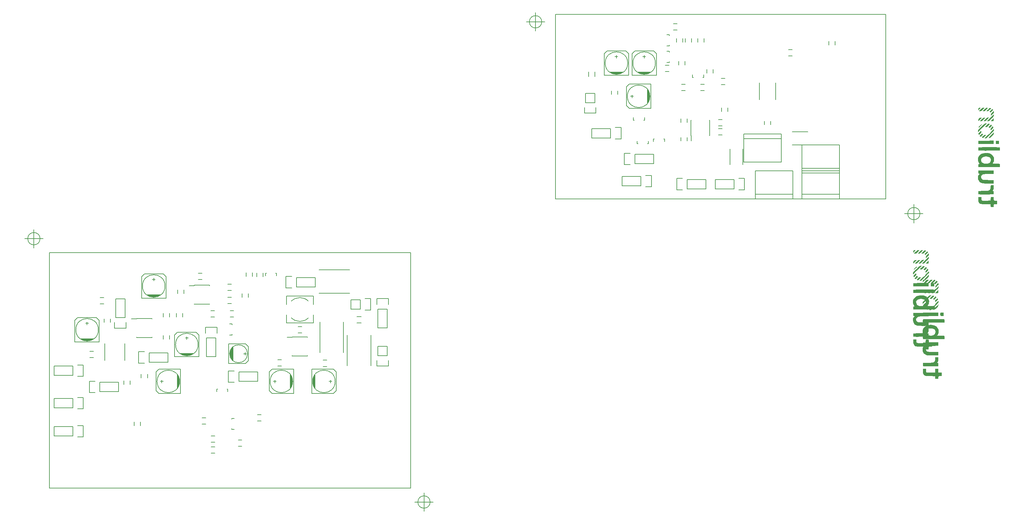
<source format=gbr>
%TF.GenerationSoftware,KiCad,Pcbnew,(5.1.9)-1*%
%TF.CreationDate,2021-04-11T15:54:41+02:00*%
%TF.ProjectId,bab_top,6261625f-746f-4702-9e6b-696361645f70,rev?*%
%TF.SameCoordinates,Original*%
%TF.FileFunction,Legend,Top*%
%TF.FilePolarity,Positive*%
%FSLAX46Y46*%
G04 Gerber Fmt 4.6, Leading zero omitted, Abs format (unit mm)*
G04 Created by KiCad (PCBNEW (5.1.9)-1) date 2021-04-11 15:54:41*
%MOMM*%
%LPD*%
G01*
G04 APERTURE LIST*
%TA.AperFunction,Profile*%
%ADD10C,0.150000*%
%TD*%
%ADD11C,0.150000*%
%ADD12C,0.010000*%
G04 APERTURE END LIST*
D10*
X140866666Y-146200000D02*
G75*
G03*
X140866666Y-146200000I-1666666J0D01*
G01*
X136700000Y-146200000D02*
X141700000Y-146200000D01*
X139200000Y-143700000D02*
X139200000Y-148700000D01*
X35266666Y-74800000D02*
G75*
G03*
X35266666Y-74800000I-1666666J0D01*
G01*
X31100000Y-74800000D02*
X36100000Y-74800000D01*
X33600000Y-72300000D02*
X33600000Y-77300000D01*
X273466666Y-68000000D02*
G75*
G03*
X273466666Y-68000000I-1666666J0D01*
G01*
X269300000Y-68000000D02*
X274300000Y-68000000D01*
X271800000Y-65500000D02*
X271800000Y-70500000D01*
X171066666Y-16000000D02*
G75*
G03*
X171066666Y-16000000I-1666666J0D01*
G01*
X166900000Y-16000000D02*
X171900000Y-16000000D01*
X169400000Y-13500000D02*
X169400000Y-18500000D01*
X40200000Y-78600000D02*
X37800000Y-78600000D01*
X40200000Y-142400000D02*
X37800000Y-142400000D01*
X40200000Y-78600000D02*
X44400000Y-78600000D01*
X37800000Y-142400000D02*
X37800000Y-78600000D01*
X135600000Y-142400000D02*
X39800000Y-142400000D01*
X135600000Y-78600000D02*
X135600000Y-142400000D01*
X44000000Y-78600000D02*
X135600000Y-78600000D01*
X179800000Y-64000000D02*
X174800000Y-64000000D01*
X174800000Y-14000000D02*
X174800000Y-64000000D01*
X179800000Y-14000000D02*
X174800000Y-14000000D01*
X264200000Y-64000000D02*
X259200000Y-64000000D01*
X264200000Y-14000000D02*
X264200000Y-64000000D01*
X264200000Y-14000000D02*
X259200000Y-14000000D01*
X254200000Y-64000000D02*
X259200000Y-64000000D01*
X179800000Y-64000000D02*
X254200000Y-64000000D01*
X254200000Y-14000000D02*
X259200000Y-14000000D01*
X247200000Y-14000000D02*
X192000000Y-14000000D01*
X247200000Y-14000000D02*
X254200000Y-14000000D01*
X192000000Y-14000000D02*
X179800000Y-14000000D01*
D11*
%TO.C,D303*%
X117400000Y-97400000D02*
X117400000Y-105700000D01*
X111000000Y-105700000D02*
X111000000Y-97400000D01*
%TO.C,R410*%
X208150000Y-26700000D02*
X208150000Y-27700000D01*
X209850000Y-27700000D02*
X209850000Y-26700000D01*
%TO.C,R411*%
X214100000Y-34650000D02*
X215100000Y-34650000D01*
X215100000Y-32950000D02*
X214100000Y-32950000D01*
%TO.C,P101*%
X235880000Y-46390000D02*
X225720000Y-46390000D01*
X235880000Y-54010000D02*
X235880000Y-46390000D01*
X225720000Y-54010000D02*
X235880000Y-54010000D01*
X225720000Y-46390000D02*
X225720000Y-54010000D01*
X225720000Y-47660000D02*
X235880000Y-47660000D01*
%TO.C,C411*%
X233050000Y-43900000D02*
X233050000Y-42900000D01*
X231350000Y-42900000D02*
X231350000Y-43900000D01*
%TO.C,C101*%
X62450000Y-125500000D02*
X62450000Y-124500000D01*
X60750000Y-124500000D02*
X60750000Y-125500000D01*
%TO.C,C102*%
X82600000Y-131250000D02*
X81600000Y-131250000D01*
X81600000Y-132950000D02*
X82600000Y-132950000D01*
%TO.C,C201*%
X58225000Y-107800000D02*
X58225000Y-103200000D01*
X52775000Y-103200000D02*
X52775000Y-107800000D01*
%TO.C,C202*%
X54350000Y-97500000D02*
X54350000Y-96500000D01*
X52650000Y-96500000D02*
X52650000Y-97500000D01*
%TO.C,C203*%
X51048000Y-99500000D02*
G75*
G03*
X51048000Y-99500000I-3048000J0D01*
G01*
X47619000Y-97722000D02*
X48381000Y-97722000D01*
X48000000Y-97341000D02*
X48000000Y-98103000D01*
X44698000Y-96960000D02*
X44698000Y-102802000D01*
X45460000Y-96198000D02*
X44698000Y-96960000D01*
X50540000Y-96198000D02*
X45460000Y-96198000D01*
X51302000Y-96960000D02*
X50540000Y-96198000D01*
X51302000Y-102802000D02*
X51302000Y-96960000D01*
X44698000Y-102802000D02*
X51302000Y-102802000D01*
X46222000Y-101913000D02*
X49778000Y-101913000D01*
X49651000Y-102040000D02*
X46349000Y-102040000D01*
X46603000Y-102167000D02*
X49397000Y-102167000D01*
X49143000Y-102294000D02*
X46857000Y-102294000D01*
X47238000Y-102421000D02*
X48762000Y-102421000D01*
%TO.C,C204*%
X73048000Y-113500000D02*
G75*
G03*
X73048000Y-113500000I-3048000J0D01*
G01*
X68222000Y-113881000D02*
X68222000Y-113119000D01*
X67841000Y-113500000D02*
X68603000Y-113500000D01*
X67460000Y-116802000D02*
X73302000Y-116802000D01*
X66698000Y-116040000D02*
X67460000Y-116802000D01*
X66698000Y-110960000D02*
X66698000Y-116040000D01*
X67460000Y-110198000D02*
X66698000Y-110960000D01*
X73302000Y-110198000D02*
X67460000Y-110198000D01*
X73302000Y-116802000D02*
X73302000Y-110198000D01*
X72413000Y-115278000D02*
X72413000Y-111722000D01*
X72540000Y-111849000D02*
X72540000Y-115151000D01*
X72667000Y-114897000D02*
X72667000Y-112103000D01*
X72794000Y-112357000D02*
X72794000Y-114643000D01*
X72921000Y-114262000D02*
X72921000Y-112738000D01*
%TO.C,C205*%
X72150000Y-95000000D02*
X72150000Y-96000000D01*
X73850000Y-96000000D02*
X73850000Y-95000000D01*
%TO.C,C206*%
X78048000Y-103500000D02*
G75*
G03*
X78048000Y-103500000I-3048000J0D01*
G01*
X74619000Y-101722000D02*
X75381000Y-101722000D01*
X75000000Y-101341000D02*
X75000000Y-102103000D01*
X71698000Y-100960000D02*
X71698000Y-106802000D01*
X72460000Y-100198000D02*
X71698000Y-100960000D01*
X77540000Y-100198000D02*
X72460000Y-100198000D01*
X78302000Y-100960000D02*
X77540000Y-100198000D01*
X78302000Y-106802000D02*
X78302000Y-100960000D01*
X71698000Y-106802000D02*
X78302000Y-106802000D01*
X73222000Y-105913000D02*
X76778000Y-105913000D01*
X76651000Y-106040000D02*
X73349000Y-106040000D01*
X73603000Y-106167000D02*
X76397000Y-106167000D01*
X76143000Y-106294000D02*
X73857000Y-106294000D01*
X74238000Y-106421000D02*
X75762000Y-106421000D01*
%TO.C,C207*%
X91413000Y-106000000D02*
G75*
G03*
X91413000Y-106000000I-2413000J0D01*
G01*
X90778000Y-105619000D02*
X90778000Y-106381000D01*
X91159000Y-106000000D02*
X90397000Y-106000000D01*
X86333000Y-108667000D02*
X86333000Y-103333000D01*
X90905000Y-108667000D02*
X86333000Y-108667000D01*
X91667000Y-107905000D02*
X90905000Y-108667000D01*
X91667000Y-104095000D02*
X91667000Y-107905000D01*
X90905000Y-103333000D02*
X91667000Y-104095000D01*
X86333000Y-103333000D02*
X90905000Y-103333000D01*
X87476000Y-104222000D02*
X87476000Y-107778000D01*
X87349000Y-107651000D02*
X87349000Y-104349000D01*
X87222000Y-104476000D02*
X87222000Y-107524000D01*
X87095000Y-107397000D02*
X87095000Y-104603000D01*
X86968000Y-104730000D02*
X86968000Y-107270000D01*
X86841000Y-105111000D02*
X86841000Y-106889000D01*
X86714000Y-105365000D02*
X86714000Y-106762000D01*
%TO.C,C208*%
X95650000Y-85100000D02*
X95650000Y-84100000D01*
X93950000Y-84100000D02*
X93950000Y-85100000D01*
%TO.C,C303*%
X115148000Y-113500000D02*
G75*
G03*
X115148000Y-113500000I-3048000J0D01*
G01*
X113878000Y-113119000D02*
X113878000Y-113881000D01*
X114259000Y-113500000D02*
X113497000Y-113500000D01*
X114640000Y-110198000D02*
X108798000Y-110198000D01*
X115402000Y-110960000D02*
X114640000Y-110198000D01*
X115402000Y-116040000D02*
X115402000Y-110960000D01*
X114640000Y-116802000D02*
X115402000Y-116040000D01*
X108798000Y-116802000D02*
X114640000Y-116802000D01*
X108798000Y-110198000D02*
X108798000Y-116802000D01*
X109687000Y-111722000D02*
X109687000Y-115278000D01*
X109560000Y-115151000D02*
X109560000Y-111849000D01*
X109433000Y-112103000D02*
X109433000Y-114897000D01*
X109306000Y-114643000D02*
X109306000Y-112357000D01*
X109179000Y-112738000D02*
X109179000Y-114262000D01*
%TO.C,C304*%
X112900000Y-107750000D02*
X111900000Y-107750000D01*
X111900000Y-109450000D02*
X112900000Y-109450000D01*
%TO.C,C305*%
X105100000Y-100350000D02*
X106100000Y-100350000D01*
X106100000Y-98650000D02*
X105100000Y-98650000D01*
%TO.C,C306*%
X103648000Y-113500000D02*
G75*
G03*
X103648000Y-113500000I-3048000J0D01*
G01*
X98822000Y-113881000D02*
X98822000Y-113119000D01*
X98441000Y-113500000D02*
X99203000Y-113500000D01*
X98060000Y-116802000D02*
X103902000Y-116802000D01*
X97298000Y-116040000D02*
X98060000Y-116802000D01*
X97298000Y-110960000D02*
X97298000Y-116040000D01*
X98060000Y-110198000D02*
X97298000Y-110960000D01*
X103902000Y-110198000D02*
X98060000Y-110198000D01*
X103902000Y-116802000D02*
X103902000Y-110198000D01*
X103013000Y-115278000D02*
X103013000Y-111722000D01*
X103140000Y-111849000D02*
X103140000Y-115151000D01*
X103267000Y-114897000D02*
X103267000Y-112103000D01*
X103394000Y-112357000D02*
X103394000Y-114643000D01*
X103521000Y-114262000D02*
X103521000Y-112738000D01*
%TO.C,C307*%
X99600000Y-109350000D02*
X100600000Y-109350000D01*
X100600000Y-107650000D02*
X99600000Y-107650000D01*
%TO.C,C401*%
X201848000Y-27200000D02*
G75*
G03*
X201848000Y-27200000I-3048000J0D01*
G01*
X198419000Y-25422000D02*
X199181000Y-25422000D01*
X198800000Y-25041000D02*
X198800000Y-25803000D01*
X195498000Y-24660000D02*
X195498000Y-30502000D01*
X196260000Y-23898000D02*
X195498000Y-24660000D01*
X201340000Y-23898000D02*
X196260000Y-23898000D01*
X202102000Y-24660000D02*
X201340000Y-23898000D01*
X202102000Y-30502000D02*
X202102000Y-24660000D01*
X195498000Y-30502000D02*
X202102000Y-30502000D01*
X197022000Y-29613000D02*
X200578000Y-29613000D01*
X200451000Y-29740000D02*
X197149000Y-29740000D01*
X197403000Y-29867000D02*
X200197000Y-29867000D01*
X199943000Y-29994000D02*
X197657000Y-29994000D01*
X198038000Y-30121000D02*
X199562000Y-30121000D01*
%TO.C,C402*%
X219900000Y-42550000D02*
X218900000Y-42550000D01*
X218900000Y-44250000D02*
X219900000Y-44250000D01*
%TO.C,C403*%
X219900000Y-44950000D02*
X218900000Y-44950000D01*
X218900000Y-46650000D02*
X219900000Y-46650000D01*
%TO.C,C404*%
X194348000Y-27200000D02*
G75*
G03*
X194348000Y-27200000I-3048000J0D01*
G01*
X190919000Y-25422000D02*
X191681000Y-25422000D01*
X191300000Y-25041000D02*
X191300000Y-25803000D01*
X187998000Y-24660000D02*
X187998000Y-30502000D01*
X188760000Y-23898000D02*
X187998000Y-24660000D01*
X193840000Y-23898000D02*
X188760000Y-23898000D01*
X194602000Y-24660000D02*
X193840000Y-23898000D01*
X194602000Y-30502000D02*
X194602000Y-24660000D01*
X187998000Y-30502000D02*
X194602000Y-30502000D01*
X189522000Y-29613000D02*
X193078000Y-29613000D01*
X192951000Y-29740000D02*
X189649000Y-29740000D01*
X189903000Y-29867000D02*
X192697000Y-29867000D01*
X192443000Y-29994000D02*
X190157000Y-29994000D01*
X190538000Y-30121000D02*
X192062000Y-30121000D01*
%TO.C,C405*%
X200348000Y-36200000D02*
G75*
G03*
X200348000Y-36200000I-3048000J0D01*
G01*
X195522000Y-36581000D02*
X195522000Y-35819000D01*
X195141000Y-36200000D02*
X195903000Y-36200000D01*
X194760000Y-39502000D02*
X200602000Y-39502000D01*
X193998000Y-38740000D02*
X194760000Y-39502000D01*
X193998000Y-33660000D02*
X193998000Y-38740000D01*
X194760000Y-32898000D02*
X193998000Y-33660000D01*
X200602000Y-32898000D02*
X194760000Y-32898000D01*
X200602000Y-39502000D02*
X200602000Y-32898000D01*
X199713000Y-37978000D02*
X199713000Y-34422000D01*
X199840000Y-34549000D02*
X199840000Y-37851000D01*
X199967000Y-37597000D02*
X199967000Y-34803000D01*
X200094000Y-35057000D02*
X200094000Y-37343000D01*
X200221000Y-36962000D02*
X200221000Y-35438000D01*
%TO.C,C406*%
X215050000Y-21500000D02*
X215050000Y-20500000D01*
X213350000Y-20500000D02*
X213350000Y-21500000D01*
%TO.C,C408*%
X250450000Y-22300000D02*
X250450000Y-21300000D01*
X248750000Y-21300000D02*
X248750000Y-22300000D01*
%TO.C,C410*%
X238900000Y-23550000D02*
X237900000Y-23550000D01*
X237900000Y-25250000D02*
X238900000Y-25250000D01*
%TO.C,D301*%
X118400000Y-109200000D02*
X118400000Y-100900000D01*
X124800000Y-100900000D02*
X124800000Y-109200000D01*
%TO.C,D302*%
X110800000Y-83200000D02*
X119100000Y-83200000D01*
X119100000Y-89600000D02*
X110800000Y-89600000D01*
%TO.C,L301*%
X109250000Y-97650000D02*
X101950000Y-97650000D01*
X101950000Y-90350000D02*
X109250000Y-90350000D01*
X109250000Y-97650000D02*
X109250000Y-95400000D01*
X109250000Y-90350000D02*
X109250000Y-92600000D01*
X101950000Y-97650000D02*
X101950000Y-95400000D01*
X101950000Y-90350000D02*
X101950000Y-92600000D01*
X107886000Y-91714000D02*
G75*
G03*
X103314000Y-91714000I-2286000J-2286000D01*
G01*
X103314000Y-96286000D02*
G75*
G03*
X107886000Y-96286000I2286000J2286000D01*
G01*
%TO.C,Q401*%
X205650240Y-22499820D02*
X204949200Y-22499820D01*
X205650240Y-22299160D02*
X205650240Y-22499820D01*
X205650240Y-19500180D02*
X205650240Y-19749100D01*
X204949200Y-19500180D02*
X205650240Y-19500180D01*
X205650240Y-22299160D02*
X205650240Y-22250900D01*
%TO.C,Q402*%
X205650240Y-26999820D02*
X204949200Y-26999820D01*
X205650240Y-26799160D02*
X205650240Y-26999820D01*
X205650240Y-24000180D02*
X205650240Y-24249100D01*
X204949200Y-24000180D02*
X205650240Y-24000180D01*
X205650240Y-26799160D02*
X205650240Y-26750900D01*
%TO.C,R103*%
X89900000Y-129350000D02*
X88900000Y-129350000D01*
X88900000Y-131050000D02*
X89900000Y-131050000D01*
%TO.C,R104*%
X82600000Y-128250000D02*
X81600000Y-128250000D01*
X81600000Y-129950000D02*
X82600000Y-129950000D01*
%TO.C,R105*%
X95100000Y-122550000D02*
X94100000Y-122550000D01*
X94100000Y-124250000D02*
X95100000Y-124250000D01*
%TO.C,R106*%
X79100000Y-125050000D02*
X80100000Y-125050000D01*
X80100000Y-123350000D02*
X79100000Y-123350000D01*
%TO.C,R201*%
X59650000Y-114300000D02*
X59650000Y-113300000D01*
X57950000Y-113300000D02*
X57950000Y-114300000D01*
%TO.C,R202*%
X48700000Y-107050000D02*
X49700000Y-107050000D01*
X49700000Y-105350000D02*
X48700000Y-105350000D01*
%TO.C,R203*%
X79100000Y-84150000D02*
X78100000Y-84150000D01*
X78100000Y-85850000D02*
X79100000Y-85850000D01*
%TO.C,R204*%
X74250000Y-89700000D02*
X74250000Y-88700000D01*
X72550000Y-88700000D02*
X72550000Y-89700000D01*
%TO.C,R205*%
X52500000Y-90750000D02*
X51500000Y-90750000D01*
X51500000Y-92450000D02*
X52500000Y-92450000D01*
%TO.C,R206*%
X64350000Y-112500000D02*
X64350000Y-111500000D01*
X62650000Y-111500000D02*
X62650000Y-112500000D01*
%TO.C,R207*%
X68650000Y-95000000D02*
X68650000Y-96000000D01*
X70350000Y-96000000D02*
X70350000Y-95000000D01*
%TO.C,R208*%
X68650000Y-101000000D02*
X68650000Y-102000000D01*
X70350000Y-102000000D02*
X70350000Y-101000000D01*
%TO.C,R209*%
X81500000Y-96050000D02*
X82500000Y-96050000D01*
X82500000Y-94350000D02*
X81500000Y-94350000D01*
%TO.C,R210*%
X86700000Y-96050000D02*
X87700000Y-96050000D01*
X87700000Y-94350000D02*
X86700000Y-94350000D01*
%TO.C,R211*%
X89950000Y-89700000D02*
X89950000Y-90700000D01*
X91650000Y-90700000D02*
X91650000Y-89700000D01*
%TO.C,R212*%
X86100000Y-92350000D02*
X87100000Y-92350000D01*
X87100000Y-90650000D02*
X86100000Y-90650000D01*
%TO.C,R213*%
X87100000Y-87150000D02*
X86100000Y-87150000D01*
X86100000Y-88850000D02*
X87100000Y-88850000D01*
%TO.C,R214*%
X92750000Y-85000000D02*
X92750000Y-84000000D01*
X91050000Y-84000000D02*
X91050000Y-85000000D01*
%TO.C,R401*%
X191650000Y-35700000D02*
X191650000Y-34700000D01*
X189950000Y-34700000D02*
X189950000Y-35700000D01*
%TO.C,R402*%
X210450000Y-43300000D02*
X210450000Y-42300000D01*
X208750000Y-42300000D02*
X208750000Y-43300000D01*
%TO.C,R404*%
X221450000Y-40300000D02*
X221450000Y-39300000D01*
X219750000Y-39300000D02*
X219750000Y-40300000D01*
%TO.C,R405*%
X207700000Y-16550000D02*
X206700000Y-16550000D01*
X206700000Y-18250000D02*
X207700000Y-18250000D01*
%TO.C,R406*%
X211650000Y-21500000D02*
X211650000Y-20500000D01*
X209950000Y-20500000D02*
X209950000Y-21500000D01*
%TO.C,R407*%
X204500000Y-29450000D02*
X205500000Y-29450000D01*
X205500000Y-27750000D02*
X204500000Y-27750000D01*
%TO.C,R408*%
X209900000Y-32950000D02*
X208900000Y-32950000D01*
X208900000Y-34650000D02*
X209900000Y-34650000D01*
%TO.C,R409*%
X209250000Y-21500000D02*
X209250000Y-20500000D01*
X207550000Y-20500000D02*
X207550000Y-21500000D01*
%TO.C,R412*%
X215750000Y-28900000D02*
X215750000Y-29900000D01*
X217450000Y-29900000D02*
X217450000Y-28900000D01*
%TO.C,R413*%
X220700000Y-31350000D02*
X219700000Y-31350000D01*
X219700000Y-33050000D02*
X220700000Y-33050000D01*
%TO.C,RV101*%
X46950000Y-109050000D02*
X46950000Y-112150000D01*
X45400000Y-109050000D02*
X46950000Y-109050000D01*
X44130000Y-111870000D02*
X44130000Y-109330000D01*
X46950000Y-112150000D02*
X45400000Y-112150000D01*
X39050000Y-111870000D02*
X44130000Y-111870000D01*
X39050000Y-109330000D02*
X39050000Y-111870000D01*
X44130000Y-109330000D02*
X39050000Y-109330000D01*
%TO.C,RV201*%
X58550000Y-99050000D02*
X55450000Y-99050000D01*
X58550000Y-97500000D02*
X58550000Y-99050000D01*
X55730000Y-96230000D02*
X58270000Y-96230000D01*
X55450000Y-99050000D02*
X55450000Y-97500000D01*
X55730000Y-91150000D02*
X55730000Y-96230000D01*
X58270000Y-91150000D02*
X55730000Y-91150000D01*
X58270000Y-96230000D02*
X58270000Y-91150000D01*
%TO.C,RV202*%
X61950000Y-108550000D02*
X61950000Y-105450000D01*
X63500000Y-108550000D02*
X61950000Y-108550000D01*
X64770000Y-105730000D02*
X64770000Y-108270000D01*
X61950000Y-105450000D02*
X63500000Y-105450000D01*
X69850000Y-105730000D02*
X64770000Y-105730000D01*
X69850000Y-108270000D02*
X69850000Y-105730000D01*
X64770000Y-108270000D02*
X69850000Y-108270000D01*
%TO.C,RV203*%
X80050000Y-98850000D02*
X83150000Y-98850000D01*
X80050000Y-100400000D02*
X80050000Y-98850000D01*
X82870000Y-101670000D02*
X80330000Y-101670000D01*
X83150000Y-98850000D02*
X83150000Y-100400000D01*
X82870000Y-106750000D02*
X82870000Y-101670000D01*
X80330000Y-106750000D02*
X82870000Y-106750000D01*
X80330000Y-101670000D02*
X80330000Y-106750000D01*
%TO.C,RV204*%
X86250000Y-113750000D02*
X86250000Y-110650000D01*
X87800000Y-113750000D02*
X86250000Y-113750000D01*
X89070000Y-110930000D02*
X89070000Y-113470000D01*
X86250000Y-110650000D02*
X87800000Y-110650000D01*
X94150000Y-110930000D02*
X89070000Y-110930000D01*
X94150000Y-113470000D02*
X94150000Y-110930000D01*
X89070000Y-113470000D02*
X94150000Y-113470000D01*
%TO.C,RV205*%
X101850000Y-88150000D02*
X101850000Y-85050000D01*
X103400000Y-88150000D02*
X101850000Y-88150000D01*
X104670000Y-85330000D02*
X104670000Y-87870000D01*
X101850000Y-85050000D02*
X103400000Y-85050000D01*
X109750000Y-85330000D02*
X104670000Y-85330000D01*
X109750000Y-87870000D02*
X109750000Y-85330000D01*
X104670000Y-87870000D02*
X109750000Y-87870000D01*
%TO.C,SW401*%
X207650000Y-61550000D02*
X207650000Y-58450000D01*
X209200000Y-61550000D02*
X207650000Y-61550000D01*
X210470000Y-58730000D02*
X210470000Y-61270000D01*
X207650000Y-58450000D02*
X209200000Y-58450000D01*
X215550000Y-58730000D02*
X210470000Y-58730000D01*
X215550000Y-61270000D02*
X215550000Y-58730000D01*
X210470000Y-61270000D02*
X215550000Y-61270000D01*
%TO.C,U201*%
X61425000Y-96570000D02*
X60025000Y-96570000D01*
X61425000Y-101575000D02*
X65575000Y-101575000D01*
X61425000Y-96425000D02*
X65575000Y-96425000D01*
X61425000Y-101575000D02*
X61425000Y-101430000D01*
X65575000Y-101575000D02*
X65575000Y-101430000D01*
X65575000Y-96425000D02*
X65575000Y-96570000D01*
X61425000Y-96425000D02*
X61425000Y-96570000D01*
%TO.C,U202*%
X77025000Y-87570000D02*
X75625000Y-87570000D01*
X77025000Y-92575000D02*
X81175000Y-92575000D01*
X77025000Y-87425000D02*
X81175000Y-87425000D01*
X77025000Y-92575000D02*
X77025000Y-92430000D01*
X81175000Y-92575000D02*
X81175000Y-92430000D01*
X81175000Y-87425000D02*
X81175000Y-87570000D01*
X77025000Y-87425000D02*
X77025000Y-87570000D01*
%TO.C,U301*%
X103525000Y-101570000D02*
X102125000Y-101570000D01*
X103525000Y-106575000D02*
X107675000Y-106575000D01*
X103525000Y-101425000D02*
X107675000Y-101425000D01*
X103525000Y-106575000D02*
X103525000Y-106430000D01*
X107675000Y-106575000D02*
X107675000Y-106430000D01*
X107675000Y-101425000D02*
X107675000Y-101570000D01*
X103525000Y-101425000D02*
X103525000Y-101570000D01*
%TO.C,U402*%
X211570000Y-46875000D02*
X211570000Y-48275000D01*
X216575000Y-46875000D02*
X216575000Y-42725000D01*
X211425000Y-46875000D02*
X211425000Y-42725000D01*
X216575000Y-46875000D02*
X216430000Y-46875000D01*
X216575000Y-42725000D02*
X216430000Y-42725000D01*
X211425000Y-42725000D02*
X211570000Y-42725000D01*
X211425000Y-46875000D02*
X211570000Y-46875000D01*
%TO.C,R414*%
X234400000Y-37100000D02*
X234400000Y-32500000D01*
X230000000Y-32500000D02*
X230000000Y-37100000D01*
%TO.C,P102*%
X241520000Y-64010000D02*
X251680000Y-64010000D01*
X241520000Y-56390000D02*
X241520000Y-64010000D01*
X251680000Y-56390000D02*
X241520000Y-56390000D01*
X251680000Y-64010000D02*
X251680000Y-56390000D01*
X251680000Y-62740000D02*
X241520000Y-62740000D01*
%TO.C,C412*%
X208750000Y-47300000D02*
X208750000Y-48300000D01*
X210450000Y-48300000D02*
X210450000Y-47300000D01*
%TO.C,K102*%
X126450000Y-91050000D02*
X129550000Y-91050000D01*
X126450000Y-92600000D02*
X126450000Y-91050000D01*
X129270000Y-93870000D02*
X126730000Y-93870000D01*
X129550000Y-91050000D02*
X129550000Y-92600000D01*
X129270000Y-98950000D02*
X129270000Y-93870000D01*
X126730000Y-98950000D02*
X129270000Y-98950000D01*
X126730000Y-93870000D02*
X126730000Y-98950000D01*
%TO.C,K101*%
X225950000Y-58450000D02*
X225950000Y-61550000D01*
X224400000Y-58450000D02*
X225950000Y-58450000D01*
X223130000Y-61270000D02*
X223130000Y-58730000D01*
X225950000Y-61550000D02*
X224400000Y-61550000D01*
X218050000Y-61270000D02*
X223130000Y-61270000D01*
X218050000Y-58730000D02*
X218050000Y-61270000D01*
X223130000Y-58730000D02*
X218050000Y-58730000D01*
%TO.C,C209*%
X69088000Y-87630000D02*
G75*
G03*
X69088000Y-87630000I-3048000J0D01*
G01*
X65659000Y-85852000D02*
X66421000Y-85852000D01*
X66040000Y-85471000D02*
X66040000Y-86233000D01*
X62738000Y-85090000D02*
X62738000Y-90932000D01*
X63500000Y-84328000D02*
X62738000Y-85090000D01*
X68580000Y-84328000D02*
X63500000Y-84328000D01*
X69342000Y-85090000D02*
X68580000Y-84328000D01*
X69342000Y-90932000D02*
X69342000Y-85090000D01*
X62738000Y-90932000D02*
X69342000Y-90932000D01*
X64262000Y-90043000D02*
X67818000Y-90043000D01*
X67691000Y-90170000D02*
X64389000Y-90170000D01*
X64643000Y-90297000D02*
X67437000Y-90297000D01*
X67183000Y-90424000D02*
X64897000Y-90424000D01*
X65278000Y-90551000D02*
X66802000Y-90551000D01*
%TO.C,D101*%
X86099820Y-115549760D02*
X86099820Y-116250800D01*
X85899160Y-115549760D02*
X86099820Y-115549760D01*
X83100180Y-115549760D02*
X83349100Y-115549760D01*
X83100180Y-116250800D02*
X83100180Y-115549760D01*
X85899160Y-115549760D02*
X85850900Y-115549760D01*
%TO.C,D201*%
X87250240Y-100899820D02*
X86549200Y-100899820D01*
X87250240Y-100699160D02*
X87250240Y-100899820D01*
X87250240Y-97900180D02*
X87250240Y-98149100D01*
X86549200Y-97900180D02*
X87250240Y-97900180D01*
X87250240Y-100699160D02*
X87250240Y-100650900D01*
%TO.C,D202*%
X99299820Y-84149760D02*
X99299820Y-84850800D01*
X99099160Y-84149760D02*
X99299820Y-84149760D01*
X96300180Y-84149760D02*
X96549100Y-84149760D01*
X96300180Y-84850800D02*
X96300180Y-84149760D01*
X99099160Y-84149760D02*
X99050900Y-84149760D01*
%TO.C,D404*%
X225540000Y-50475000D02*
X225540000Y-54725000D01*
X222060000Y-54725000D02*
X222060000Y-50475000D01*
%TO.C,D405*%
X238875000Y-45860000D02*
X243125000Y-45860000D01*
X243125000Y-49340000D02*
X238875000Y-49340000D01*
%TO.C,P104*%
X192550000Y-44650000D02*
X192550000Y-47750000D01*
X191000000Y-44650000D02*
X192550000Y-44650000D01*
X189730000Y-47470000D02*
X189730000Y-44930000D01*
X192550000Y-47750000D02*
X191000000Y-47750000D01*
X184650000Y-47470000D02*
X189730000Y-47470000D01*
X184650000Y-44930000D02*
X184650000Y-47470000D01*
X189730000Y-44930000D02*
X184650000Y-44930000D01*
%TO.C,P105*%
X48650000Y-116550000D02*
X48650000Y-113450000D01*
X50200000Y-116550000D02*
X48650000Y-116550000D01*
X51470000Y-113730000D02*
X51470000Y-116270000D01*
X48650000Y-113450000D02*
X50200000Y-113450000D01*
X56550000Y-113730000D02*
X51470000Y-113730000D01*
X56550000Y-116270000D02*
X56550000Y-113730000D01*
X51470000Y-116270000D02*
X56550000Y-116270000D01*
%TO.C,D401*%
X195900180Y-42650240D02*
X195900180Y-41949200D01*
X196100840Y-42650240D02*
X195900180Y-42650240D01*
X198899820Y-42650240D02*
X198650900Y-42650240D01*
X198899820Y-41949200D02*
X198899820Y-42650240D01*
X196100840Y-42650240D02*
X196149100Y-42650240D01*
%TO.C,D402*%
X196900180Y-49050240D02*
X196900180Y-48349200D01*
X197100840Y-49050240D02*
X196900180Y-49050240D01*
X199899820Y-49050240D02*
X199650900Y-49050240D01*
X199899820Y-48349200D02*
X199899820Y-49050240D01*
X197100840Y-49050240D02*
X197149100Y-49050240D01*
%TO.C,D403*%
X204299820Y-47749760D02*
X204299820Y-48450800D01*
X204099160Y-47749760D02*
X204299820Y-47749760D01*
X201300180Y-47749760D02*
X201549100Y-47749760D01*
X201300180Y-48450800D02*
X201300180Y-47749760D01*
X204099160Y-47749760D02*
X204050900Y-47749760D01*
%TO.C,D406*%
X211900180Y-31050240D02*
X211900180Y-30349200D01*
X212100840Y-31050240D02*
X211900180Y-31050240D01*
X214899820Y-31050240D02*
X214650900Y-31050240D01*
X214899820Y-30349200D02*
X214899820Y-31050240D01*
X212100840Y-31050240D02*
X212149100Y-31050240D01*
%TO.C,P2*%
X119390000Y-91330000D02*
X119390000Y-93870000D01*
X121930000Y-91330000D02*
X119390000Y-91330000D01*
X124750000Y-91050000D02*
X124750000Y-94150000D01*
X123200000Y-91050000D02*
X124750000Y-91050000D01*
X121930000Y-93870000D02*
X121930000Y-91330000D01*
X124750000Y-94150000D02*
X123200000Y-94150000D01*
X121930000Y-93870000D02*
X119390000Y-93870000D01*
%TO.C,P3*%
X129270000Y-103990000D02*
X126730000Y-103990000D01*
X129270000Y-106530000D02*
X129270000Y-103990000D01*
X129550000Y-109350000D02*
X126450000Y-109350000D01*
X129550000Y-107800000D02*
X129550000Y-109350000D01*
X126730000Y-106530000D02*
X129270000Y-106530000D01*
X126450000Y-109350000D02*
X126450000Y-107800000D01*
X126730000Y-106530000D02*
X126730000Y-103990000D01*
%TO.C,P4*%
X185470000Y-35390000D02*
X182930000Y-35390000D01*
X185470000Y-37930000D02*
X185470000Y-35390000D01*
X185750000Y-40750000D02*
X182650000Y-40750000D01*
X185750000Y-39200000D02*
X185750000Y-40750000D01*
X182930000Y-37930000D02*
X185470000Y-37930000D01*
X182650000Y-40750000D02*
X182650000Y-39200000D01*
X182930000Y-37930000D02*
X182930000Y-35390000D01*
%TO.C,P5*%
X200750000Y-57650000D02*
X200750000Y-60750000D01*
X199200000Y-57650000D02*
X200750000Y-57650000D01*
X197930000Y-60470000D02*
X197930000Y-57930000D01*
X200750000Y-60750000D02*
X199200000Y-60750000D01*
X192850000Y-60470000D02*
X197930000Y-60470000D01*
X192850000Y-57930000D02*
X192850000Y-60470000D01*
X197930000Y-57930000D02*
X192850000Y-57930000D01*
%TO.C,P6*%
X193450000Y-54750000D02*
X193450000Y-51650000D01*
X195000000Y-54750000D02*
X193450000Y-54750000D01*
X196270000Y-51930000D02*
X196270000Y-54470000D01*
X193450000Y-51650000D02*
X195000000Y-51650000D01*
X201350000Y-51930000D02*
X196270000Y-51930000D01*
X201350000Y-54470000D02*
X201350000Y-51930000D01*
X196270000Y-54470000D02*
X201350000Y-54470000D01*
%TO.C,R1*%
X121000000Y-95925000D02*
X122200000Y-95925000D01*
X122200000Y-97675000D02*
X121000000Y-97675000D01*
%TO.C,R2*%
X185475000Y-29600000D02*
X185475000Y-30800000D01*
X183725000Y-30800000D02*
X183725000Y-29600000D01*
%TO.C,Q1*%
X87149760Y-123500180D02*
X87850800Y-123500180D01*
X87149760Y-123700840D02*
X87149760Y-123500180D01*
X87149760Y-126499820D02*
X87149760Y-126250900D01*
X87850800Y-126499820D02*
X87149760Y-126499820D01*
%TO.C,P106*%
X241520000Y-57010000D02*
X251680000Y-57010000D01*
X241520000Y-49390000D02*
X241520000Y-57010000D01*
X251680000Y-49390000D02*
X241520000Y-49390000D01*
X251680000Y-57010000D02*
X251680000Y-49390000D01*
X251680000Y-55740000D02*
X241520000Y-55740000D01*
%TO.C,P107*%
X228920000Y-64010000D02*
X239080000Y-64010000D01*
X228920000Y-56390000D02*
X228920000Y-64010000D01*
X239080000Y-56390000D02*
X228920000Y-56390000D01*
X239080000Y-64010000D02*
X239080000Y-56390000D01*
X239080000Y-62740000D02*
X228920000Y-62740000D01*
%TO.C,P108*%
X46950000Y-117850000D02*
X46950000Y-120950000D01*
X45400000Y-117850000D02*
X46950000Y-117850000D01*
X44130000Y-120670000D02*
X44130000Y-118130000D01*
X46950000Y-120950000D02*
X45400000Y-120950000D01*
X39050000Y-120670000D02*
X44130000Y-120670000D01*
X39050000Y-118130000D02*
X39050000Y-120670000D01*
X44130000Y-118130000D02*
X39050000Y-118130000D01*
%TO.C,P109*%
X46950000Y-125450000D02*
X46950000Y-128550000D01*
X45400000Y-125450000D02*
X46950000Y-125450000D01*
X44130000Y-128270000D02*
X44130000Y-125730000D01*
X46950000Y-128550000D02*
X45400000Y-128550000D01*
X39050000Y-128270000D02*
X44130000Y-128270000D01*
X39050000Y-125730000D02*
X39050000Y-128270000D01*
X44130000Y-125730000D02*
X39050000Y-125730000D01*
D12*
%TO.C,G\u002A\u002A\u002A*%
G36*
X289794605Y-39336874D02*
G01*
X289512333Y-39615095D01*
X289230060Y-39893316D01*
X289230060Y-39688451D01*
X289251143Y-39488101D01*
X289322176Y-39369737D01*
X289454838Y-39321010D01*
X289577806Y-39320690D01*
X289794605Y-39336874D01*
G37*
X289794605Y-39336874D02*
X289512333Y-39615095D01*
X289230060Y-39893316D01*
X289230060Y-39688451D01*
X289251143Y-39488101D01*
X289322176Y-39369737D01*
X289454838Y-39321010D01*
X289577806Y-39320690D01*
X289794605Y-39336874D01*
G36*
X292361831Y-39378822D02*
G01*
X292468167Y-39415448D01*
X292607891Y-39468571D01*
X292256513Y-39822663D01*
X292091015Y-39986391D01*
X291973231Y-40089993D01*
X291880747Y-40147140D01*
X291791147Y-40171502D01*
X291682017Y-40176748D01*
X291675906Y-40176754D01*
X291446677Y-40176754D01*
X291851503Y-39769540D01*
X292016053Y-39607049D01*
X292155141Y-39475364D01*
X292252955Y-39389089D01*
X292292386Y-39362325D01*
X292361831Y-39378822D01*
G37*
X292361831Y-39378822D02*
X292468167Y-39415448D01*
X292607891Y-39468571D01*
X292256513Y-39822663D01*
X292091015Y-39986391D01*
X291973231Y-40089993D01*
X291880747Y-40147140D01*
X291791147Y-40171502D01*
X291682017Y-40176748D01*
X291675906Y-40176754D01*
X291446677Y-40176754D01*
X291851503Y-39769540D01*
X292016053Y-39607049D01*
X292155141Y-39475364D01*
X292252955Y-39389089D01*
X292292386Y-39362325D01*
X292361831Y-39378822D01*
G36*
X291655423Y-39320653D02*
G01*
X291720969Y-39343551D01*
X291724248Y-39350794D01*
X291690222Y-39400549D01*
X291598039Y-39505029D01*
X291462542Y-39648001D01*
X291328633Y-39783459D01*
X291151640Y-39956950D01*
X291025370Y-40070206D01*
X290929600Y-40136004D01*
X290844109Y-40167122D01*
X290748676Y-40176337D01*
X290706210Y-40176754D01*
X290479402Y-40176754D01*
X290909820Y-39744089D01*
X291097388Y-39558460D01*
X291232848Y-39434701D01*
X291333854Y-39360538D01*
X291418063Y-39323699D01*
X291503129Y-39311910D01*
X291532243Y-39311423D01*
X291655423Y-39320653D01*
G37*
X291655423Y-39320653D02*
X291720969Y-39343551D01*
X291724248Y-39350794D01*
X291690222Y-39400549D01*
X291598039Y-39505029D01*
X291462542Y-39648001D01*
X291328633Y-39783459D01*
X291151640Y-39956950D01*
X291025370Y-40070206D01*
X290929600Y-40136004D01*
X290844109Y-40167122D01*
X290748676Y-40176337D01*
X290706210Y-40176754D01*
X290479402Y-40176754D01*
X290909820Y-39744089D01*
X291097388Y-39558460D01*
X291232848Y-39434701D01*
X291333854Y-39360538D01*
X291418063Y-39323699D01*
X291503129Y-39311910D01*
X291532243Y-39311423D01*
X291655423Y-39320653D01*
G36*
X290672213Y-39319638D02*
G01*
X290749233Y-39340307D01*
X290757114Y-39350794D01*
X290723088Y-39400549D01*
X290630905Y-39505029D01*
X290495407Y-39648001D01*
X290361499Y-39783459D01*
X290186011Y-39956023D01*
X290061326Y-40068913D01*
X289966605Y-40134780D01*
X289881007Y-40166276D01*
X289783692Y-40176051D01*
X289713625Y-40176754D01*
X289461366Y-40176754D01*
X289891783Y-39744089D01*
X290076952Y-39560162D01*
X290209859Y-39437316D01*
X290308853Y-39363298D01*
X290392284Y-39325852D01*
X290478500Y-39312724D01*
X290539658Y-39311423D01*
X290672213Y-39319638D01*
G37*
X290672213Y-39319638D02*
X290749233Y-39340307D01*
X290757114Y-39350794D01*
X290723088Y-39400549D01*
X290630905Y-39505029D01*
X290495407Y-39648001D01*
X290361499Y-39783459D01*
X290186011Y-39956023D01*
X290061326Y-40068913D01*
X289966605Y-40134780D01*
X289881007Y-40166276D01*
X289783692Y-40176051D01*
X289713625Y-40176754D01*
X289461366Y-40176754D01*
X289891783Y-39744089D01*
X290076952Y-39560162D01*
X290209859Y-39437316D01*
X290308853Y-39363298D01*
X290392284Y-39325852D01*
X290478500Y-39312724D01*
X290539658Y-39311423D01*
X290672213Y-39319638D01*
G36*
X293058945Y-39758166D02*
G01*
X293171942Y-39871163D01*
X292869628Y-40176664D01*
X292729037Y-40315536D01*
X292616263Y-40420965D01*
X292549526Y-40476145D01*
X292540271Y-40480471D01*
X292485627Y-40450037D01*
X292402411Y-40386242D01*
X292291597Y-40293705D01*
X292618773Y-39969437D01*
X292945948Y-39645170D01*
X293058945Y-39758166D01*
G37*
X293058945Y-39758166D02*
X293171942Y-39871163D01*
X292869628Y-40176664D01*
X292729037Y-40315536D01*
X292616263Y-40420965D01*
X292549526Y-40476145D01*
X292540271Y-40480471D01*
X292485627Y-40450037D01*
X292402411Y-40386242D01*
X292291597Y-40293705D01*
X292618773Y-39969437D01*
X292945948Y-39645170D01*
X293058945Y-39758166D01*
G36*
X293357254Y-40266372D02*
G01*
X293393555Y-40340798D01*
X293421347Y-40433988D01*
X293425626Y-40500606D01*
X293398729Y-40573828D01*
X293329342Y-40669613D01*
X293206152Y-40803918D01*
X293042417Y-40968457D01*
X292633005Y-41372946D01*
X292667728Y-41118437D01*
X292693969Y-40982086D01*
X292741084Y-40868039D01*
X292825812Y-40748562D01*
X292964891Y-40595923D01*
X293013047Y-40546332D01*
X293155183Y-40408605D01*
X293271400Y-40310122D01*
X293343878Y-40265376D01*
X293357254Y-40266372D01*
G37*
X293357254Y-40266372D02*
X293393555Y-40340798D01*
X293421347Y-40433988D01*
X293425626Y-40500606D01*
X293398729Y-40573828D01*
X293329342Y-40669613D01*
X293206152Y-40803918D01*
X293042417Y-40968457D01*
X292633005Y-41372946D01*
X292667728Y-41118437D01*
X292693969Y-40982086D01*
X292741084Y-40868039D01*
X292825812Y-40748562D01*
X292964891Y-40595923D01*
X293013047Y-40546332D01*
X293155183Y-40408605D01*
X293271400Y-40310122D01*
X293343878Y-40265376D01*
X293357254Y-40266372D01*
G36*
X289688176Y-42390982D02*
G01*
X289528646Y-42548046D01*
X289394285Y-42673745D01*
X289301683Y-42752952D01*
X289269510Y-42772746D01*
X289244269Y-42727716D01*
X289230768Y-42615906D01*
X289230060Y-42579469D01*
X289246314Y-42441442D01*
X289308501Y-42323043D01*
X289423088Y-42197706D01*
X289557031Y-42081100D01*
X289674172Y-42025078D01*
X289819554Y-42009360D01*
X289841754Y-42009219D01*
X290067392Y-42009219D01*
X289688176Y-42390982D01*
G37*
X289688176Y-42390982D02*
X289528646Y-42548046D01*
X289394285Y-42673745D01*
X289301683Y-42752952D01*
X289269510Y-42772746D01*
X289244269Y-42727716D01*
X289230768Y-42615906D01*
X289230060Y-42579469D01*
X289246314Y-42441442D01*
X289308501Y-42323043D01*
X289423088Y-42197706D01*
X289557031Y-42081100D01*
X289674172Y-42025078D01*
X289819554Y-42009360D01*
X289841754Y-42009219D01*
X290067392Y-42009219D01*
X289688176Y-42390982D01*
G36*
X293343131Y-42447122D02*
G01*
X293350092Y-42654914D01*
X293331608Y-42781362D01*
X293269658Y-42846657D01*
X293146218Y-42870988D01*
X292961580Y-42874550D01*
X292617760Y-42874550D01*
X292972708Y-42516449D01*
X293327655Y-42158349D01*
X293343131Y-42447122D01*
G37*
X293343131Y-42447122D02*
X293350092Y-42654914D01*
X293331608Y-42781362D01*
X293269658Y-42846657D01*
X293146218Y-42870988D01*
X292961580Y-42874550D01*
X292617760Y-42874550D01*
X292972708Y-42516449D01*
X293327655Y-42158349D01*
X293343131Y-42447122D01*
G36*
X293426826Y-41184855D02*
G01*
X293406707Y-41288406D01*
X293361242Y-41425518D01*
X293299961Y-41567167D01*
X293236565Y-41678357D01*
X293162834Y-41770264D01*
X293033679Y-41916076D01*
X292865630Y-42097687D01*
X292675220Y-42296987D01*
X292620824Y-42352806D01*
X292419318Y-42557410D01*
X292272760Y-42700047D01*
X292165279Y-42791885D01*
X292081008Y-42844095D01*
X292004077Y-42867845D01*
X291918617Y-42874305D01*
X291879546Y-42874550D01*
X291649019Y-42874550D01*
X292513226Y-42009219D01*
X292755865Y-41767648D01*
X292975055Y-41552060D01*
X293160511Y-41372356D01*
X293301944Y-41238441D01*
X293389068Y-41160217D01*
X293412069Y-41143888D01*
X293426826Y-41184855D01*
G37*
X293426826Y-41184855D02*
X293406707Y-41288406D01*
X293361242Y-41425518D01*
X293299961Y-41567167D01*
X293236565Y-41678357D01*
X293162834Y-41770264D01*
X293033679Y-41916076D01*
X292865630Y-42097687D01*
X292675220Y-42296987D01*
X292620824Y-42352806D01*
X292419318Y-42557410D01*
X292272760Y-42700047D01*
X292165279Y-42791885D01*
X292081008Y-42844095D01*
X292004077Y-42867845D01*
X291918617Y-42874305D01*
X291879546Y-42874550D01*
X291649019Y-42874550D01*
X292513226Y-42009219D01*
X292755865Y-41767648D01*
X292975055Y-41552060D01*
X293160511Y-41372356D01*
X293301944Y-41238441D01*
X293389068Y-41160217D01*
X293412069Y-41143888D01*
X293426826Y-41184855D01*
G36*
X292008274Y-41947971D02*
G01*
X291949465Y-42030305D01*
X291837622Y-42160060D01*
X291682588Y-42325323D01*
X291623450Y-42385800D01*
X291427614Y-42582672D01*
X291285996Y-42718044D01*
X291181855Y-42803415D01*
X291098450Y-42850285D01*
X291019041Y-42870154D01*
X290926887Y-42874521D01*
X290911949Y-42874550D01*
X290683009Y-42874550D01*
X291109160Y-42446173D01*
X291315571Y-42245294D01*
X291472351Y-42110181D01*
X291595477Y-42028758D01*
X291700927Y-41988950D01*
X291718858Y-41985343D01*
X291872436Y-41955478D01*
X291997474Y-41926782D01*
X292004208Y-41924970D01*
X292008274Y-41947971D01*
G37*
X292008274Y-41947971D02*
X291949465Y-42030305D01*
X291837622Y-42160060D01*
X291682588Y-42325323D01*
X291623450Y-42385800D01*
X291427614Y-42582672D01*
X291285996Y-42718044D01*
X291181855Y-42803415D01*
X291098450Y-42850285D01*
X291019041Y-42870154D01*
X290926887Y-42874521D01*
X290911949Y-42874550D01*
X290683009Y-42874550D01*
X291109160Y-42446173D01*
X291315571Y-42245294D01*
X291472351Y-42110181D01*
X291595477Y-42028758D01*
X291700927Y-41988950D01*
X291718858Y-41985343D01*
X291872436Y-41955478D01*
X291997474Y-41926782D01*
X292004208Y-41924970D01*
X292008274Y-41947971D01*
G36*
X290604409Y-42441884D02*
G01*
X290420014Y-42625300D01*
X290287938Y-42747905D01*
X290189569Y-42821912D01*
X290106291Y-42859533D01*
X290019491Y-42872980D01*
X289944933Y-42874550D01*
X289715875Y-42874550D01*
X290146292Y-42441884D01*
X290330688Y-42258469D01*
X290462763Y-42135863D01*
X290561132Y-42061857D01*
X290644410Y-42024236D01*
X290731210Y-42010789D01*
X290805768Y-42009219D01*
X291034826Y-42009219D01*
X290604409Y-42441884D01*
G37*
X290604409Y-42441884D02*
X290420014Y-42625300D01*
X290287938Y-42747905D01*
X290189569Y-42821912D01*
X290106291Y-42859533D01*
X290019491Y-42872980D01*
X289944933Y-42874550D01*
X289715875Y-42874550D01*
X290146292Y-42441884D01*
X290330688Y-42258469D01*
X290462763Y-42135863D01*
X290561132Y-42061857D01*
X290644410Y-42024236D01*
X290731210Y-42010789D01*
X290805768Y-42009219D01*
X291034826Y-42009219D01*
X290604409Y-42441884D01*
G36*
X292098175Y-43647482D02*
G01*
X292182365Y-43689717D01*
X292205587Y-43725331D01*
X292183404Y-43784639D01*
X292106640Y-43880694D01*
X291966121Y-44026551D01*
X291898849Y-44093088D01*
X291729055Y-44256415D01*
X291608038Y-44359751D01*
X291513972Y-44416448D01*
X291425034Y-44439859D01*
X291326203Y-44443441D01*
X291195292Y-44434507D01*
X291120319Y-44415583D01*
X291113427Y-44407055D01*
X291147350Y-44359411D01*
X291238898Y-44257376D01*
X291372744Y-44117561D01*
X291483662Y-44005841D01*
X291691394Y-43811179D01*
X291853025Y-43691104D01*
X291983603Y-43638807D01*
X292098175Y-43647482D01*
G37*
X292098175Y-43647482D02*
X292182365Y-43689717D01*
X292205587Y-43725331D01*
X292183404Y-43784639D01*
X292106640Y-43880694D01*
X291966121Y-44026551D01*
X291898849Y-44093088D01*
X291729055Y-44256415D01*
X291608038Y-44359751D01*
X291513972Y-44416448D01*
X291425034Y-44439859D01*
X291326203Y-44443441D01*
X291195292Y-44434507D01*
X291120319Y-44415583D01*
X291113427Y-44407055D01*
X291147350Y-44359411D01*
X291238898Y-44257376D01*
X291372744Y-44117561D01*
X291483662Y-44005841D01*
X291691394Y-43811179D01*
X291853025Y-43691104D01*
X291983603Y-43638807D01*
X292098175Y-43647482D01*
G36*
X292753461Y-43982943D02*
G01*
X292866384Y-44095866D01*
X292589740Y-44375989D01*
X292437106Y-44526522D01*
X292331731Y-44612442D01*
X292251209Y-44643367D01*
X292173131Y-44628917D01*
X292093496Y-44589003D01*
X292042770Y-44556156D01*
X292027457Y-44519450D01*
X292056562Y-44462603D01*
X292139089Y-44369332D01*
X292284044Y-44223355D01*
X292309857Y-44197760D01*
X292640538Y-43870019D01*
X292753461Y-43982943D01*
G37*
X292753461Y-43982943D02*
X292866384Y-44095866D01*
X292589740Y-44375989D01*
X292437106Y-44526522D01*
X292331731Y-44612442D01*
X292251209Y-44643367D01*
X292173131Y-44628917D01*
X292093496Y-44589003D01*
X292042770Y-44556156D01*
X292027457Y-44519450D01*
X292056562Y-44462603D01*
X292139089Y-44369332D01*
X292284044Y-44223355D01*
X292309857Y-44197760D01*
X292640538Y-43870019D01*
X292753461Y-43982943D01*
G36*
X290147648Y-43842517D02*
G01*
X290061593Y-43939988D01*
X289928932Y-44079269D01*
X289763009Y-44245934D01*
X289757280Y-44251577D01*
X289597265Y-44404257D01*
X289473747Y-44512620D01*
X289397878Y-44567634D01*
X289380811Y-44560268D01*
X289383467Y-44554309D01*
X289598227Y-44231316D01*
X289890637Y-43962332D01*
X289922338Y-43939976D01*
X290052395Y-43856145D01*
X290144972Y-43807023D01*
X290173757Y-43801280D01*
X290147648Y-43842517D01*
G37*
X290147648Y-43842517D02*
X290061593Y-43939988D01*
X289928932Y-44079269D01*
X289763009Y-44245934D01*
X289757280Y-44251577D01*
X289597265Y-44404257D01*
X289473747Y-44512620D01*
X289397878Y-44567634D01*
X289380811Y-44560268D01*
X289383467Y-44554309D01*
X289598227Y-44231316D01*
X289890637Y-43962332D01*
X289922338Y-43939976D01*
X290052395Y-43856145D01*
X290144972Y-43807023D01*
X290173757Y-43801280D01*
X290147648Y-43842517D01*
G36*
X293170018Y-44414410D02*
G01*
X293187391Y-44435461D01*
X293237801Y-44530367D01*
X293236052Y-44625147D01*
X293174303Y-44737987D01*
X293044717Y-44887075D01*
X292952479Y-44980456D01*
X292653656Y-45276161D01*
X292595225Y-45108544D01*
X292569763Y-45022686D01*
X292572031Y-44953161D01*
X292613664Y-44876985D01*
X292706299Y-44771172D01*
X292830136Y-44644492D01*
X292976385Y-44500152D01*
X293070390Y-44420358D01*
X293129238Y-44395110D01*
X293170018Y-44414410D01*
G37*
X293170018Y-44414410D02*
X293187391Y-44435461D01*
X293237801Y-44530367D01*
X293236052Y-44625147D01*
X293174303Y-44737987D01*
X293044717Y-44887075D01*
X292952479Y-44980456D01*
X292653656Y-45276161D01*
X292595225Y-45108544D01*
X292569763Y-45022686D01*
X292572031Y-44953161D01*
X292613664Y-44876985D01*
X292706299Y-44771172D01*
X292830136Y-44644492D01*
X292976385Y-44500152D01*
X293070390Y-44420358D01*
X293129238Y-44395110D01*
X293170018Y-44414410D01*
G36*
X290324883Y-44650877D02*
G01*
X290049029Y-44927720D01*
X289797034Y-45179836D01*
X289577624Y-45398557D01*
X289399523Y-45575214D01*
X289271460Y-45701140D01*
X289202160Y-45767664D01*
X289192318Y-45775952D01*
X289184285Y-45730557D01*
X289179627Y-45616378D01*
X289179158Y-45559074D01*
X289181226Y-45489358D01*
X289193076Y-45425675D01*
X289223176Y-45357505D01*
X289279994Y-45274326D01*
X289371998Y-45165619D01*
X289507656Y-45020862D01*
X289695436Y-44829536D01*
X289943807Y-44581118D01*
X290057214Y-44468190D01*
X290332192Y-44195088D01*
X290546226Y-43985275D01*
X290710271Y-43829968D01*
X290835282Y-43720381D01*
X290932213Y-43647731D01*
X291012019Y-43603233D01*
X291085655Y-43578102D01*
X291164074Y-43563554D01*
X291189779Y-43559993D01*
X291444288Y-43525802D01*
X290324883Y-44650877D01*
G37*
X290324883Y-44650877D02*
X290049029Y-44927720D01*
X289797034Y-45179836D01*
X289577624Y-45398557D01*
X289399523Y-45575214D01*
X289271460Y-45701140D01*
X289202160Y-45767664D01*
X289192318Y-45775952D01*
X289184285Y-45730557D01*
X289179627Y-45616378D01*
X289179158Y-45559074D01*
X289181226Y-45489358D01*
X289193076Y-45425675D01*
X289223176Y-45357505D01*
X289279994Y-45274326D01*
X289371998Y-45165619D01*
X289507656Y-45020862D01*
X289695436Y-44829536D01*
X289943807Y-44581118D01*
X290057214Y-44468190D01*
X290332192Y-44195088D01*
X290546226Y-43985275D01*
X290710271Y-43829968D01*
X290835282Y-43720381D01*
X290932213Y-43647731D01*
X291012019Y-43603233D01*
X291085655Y-43578102D01*
X291164074Y-43563554D01*
X291189779Y-43559993D01*
X291444288Y-43525802D01*
X290324883Y-44650877D01*
G36*
X289942896Y-45634076D02*
G01*
X289960389Y-45682609D01*
X289987818Y-45836240D01*
X289968478Y-45964020D01*
X289891214Y-46093942D01*
X289744872Y-46254000D01*
X289724752Y-46273984D01*
X289590438Y-46402321D01*
X289483490Y-46496564D01*
X289424453Y-46538750D01*
X289421132Y-46539479D01*
X289372407Y-46500262D01*
X289333655Y-46441022D01*
X289294854Y-46348691D01*
X289294904Y-46264539D01*
X289343273Y-46169136D01*
X289449432Y-46043051D01*
X289604771Y-45884745D01*
X289758588Y-45734395D01*
X289856186Y-45648200D01*
X289912608Y-45617610D01*
X289942896Y-45634076D01*
G37*
X289942896Y-45634076D02*
X289960389Y-45682609D01*
X289987818Y-45836240D01*
X289968478Y-45964020D01*
X289891214Y-46093942D01*
X289744872Y-46254000D01*
X289724752Y-46273984D01*
X289590438Y-46402321D01*
X289483490Y-46496564D01*
X289424453Y-46538750D01*
X289421132Y-46539479D01*
X289372407Y-46500262D01*
X289333655Y-46441022D01*
X289294854Y-46348691D01*
X289294904Y-46264539D01*
X289343273Y-46169136D01*
X289449432Y-46043051D01*
X289604771Y-45884745D01*
X289758588Y-45734395D01*
X289856186Y-45648200D01*
X289912608Y-45617610D01*
X289942896Y-45634076D01*
G36*
X290346448Y-46392408D02*
G01*
X290470250Y-46494463D01*
X290164839Y-46799874D01*
X289859429Y-47105285D01*
X289735626Y-47003230D01*
X289611824Y-46901174D01*
X289917234Y-46595763D01*
X290222645Y-46290352D01*
X290346448Y-46392408D01*
G37*
X290346448Y-46392408D02*
X290470250Y-46494463D01*
X290164839Y-46799874D01*
X289859429Y-47105285D01*
X289735626Y-47003230D01*
X289611824Y-46901174D01*
X289917234Y-46595763D01*
X290222645Y-46290352D01*
X290346448Y-46392408D01*
G36*
X291146190Y-46650537D02*
G01*
X291211900Y-46673501D01*
X291215230Y-46680825D01*
X291179599Y-46740509D01*
X291086207Y-46846465D01*
X290955311Y-46979557D01*
X290807165Y-47120653D01*
X290662026Y-47250620D01*
X290540147Y-47350324D01*
X290461785Y-47400633D01*
X290450426Y-47403262D01*
X290345611Y-47377369D01*
X290280645Y-47346682D01*
X290241890Y-47314260D01*
X290241499Y-47270111D01*
X290288941Y-47198418D01*
X290393686Y-47083359D01*
X290508233Y-46966466D01*
X290670592Y-46807749D01*
X290787865Y-46710458D01*
X290882872Y-46660171D01*
X290978434Y-46642470D01*
X291022878Y-46641283D01*
X291146190Y-46650537D01*
G37*
X291146190Y-46650537D02*
X291211900Y-46673501D01*
X291215230Y-46680825D01*
X291179599Y-46740509D01*
X291086207Y-46846465D01*
X290955311Y-46979557D01*
X290807165Y-47120653D01*
X290662026Y-47250620D01*
X290540147Y-47350324D01*
X290461785Y-47400633D01*
X290450426Y-47403262D01*
X290345611Y-47377369D01*
X290280645Y-47346682D01*
X290241890Y-47314260D01*
X290241499Y-47270111D01*
X290288941Y-47198418D01*
X290393686Y-47083359D01*
X290508233Y-46966466D01*
X290670592Y-46807749D01*
X290787865Y-46710458D01*
X290882872Y-46660171D01*
X290978434Y-46642470D01*
X291022878Y-46641283D01*
X291146190Y-46650537D01*
G36*
X293394008Y-46054396D02*
G01*
X293395356Y-46118315D01*
X293359049Y-46243408D01*
X293296575Y-46401692D01*
X293219419Y-46565183D01*
X293139069Y-46705896D01*
X293108738Y-46749363D01*
X292843362Y-47031372D01*
X292527351Y-47255898D01*
X292189336Y-47403623D01*
X292106012Y-47425995D01*
X292063586Y-47428086D01*
X292060008Y-47401310D01*
X292101665Y-47337897D01*
X292194942Y-47230077D01*
X292346229Y-47070080D01*
X292561910Y-46850135D01*
X292663472Y-46747826D01*
X292881418Y-46530724D01*
X293074353Y-46342272D01*
X293231159Y-46193019D01*
X293340721Y-46093517D01*
X293391922Y-46054319D01*
X293394008Y-46054396D01*
G37*
X293394008Y-46054396D02*
X293395356Y-46118315D01*
X293359049Y-46243408D01*
X293296575Y-46401692D01*
X293219419Y-46565183D01*
X293139069Y-46705896D01*
X293108738Y-46749363D01*
X292843362Y-47031372D01*
X292527351Y-47255898D01*
X292189336Y-47403623D01*
X292106012Y-47425995D01*
X292063586Y-47428086D01*
X292060008Y-47401310D01*
X292101665Y-47337897D01*
X292194942Y-47230077D01*
X292346229Y-47070080D01*
X292561910Y-46850135D01*
X292663472Y-46747826D01*
X292881418Y-46530724D01*
X293074353Y-46342272D01*
X293231159Y-46193019D01*
X293340721Y-46093517D01*
X293391922Y-46054319D01*
X293394008Y-46054396D01*
G36*
X293431255Y-45126005D02*
G01*
X293452515Y-45201090D01*
X293452411Y-45277680D01*
X293424169Y-45364846D01*
X293361014Y-45471659D01*
X293256172Y-45607190D01*
X293102868Y-45780510D01*
X292894329Y-46000691D01*
X292623781Y-46276801D01*
X292414368Y-46487646D01*
X291399278Y-47506614D01*
X290937518Y-47506614D01*
X291369060Y-47068536D01*
X291555058Y-46888320D01*
X291734127Y-46729892D01*
X291884781Y-46611396D01*
X291978757Y-46553695D01*
X292240450Y-46413983D01*
X292426743Y-46244257D01*
X292563873Y-46020326D01*
X292568836Y-46009618D01*
X292650387Y-45867577D01*
X292768907Y-45705030D01*
X292909711Y-45537025D01*
X293058112Y-45378611D01*
X293199421Y-45244834D01*
X293318954Y-45150742D01*
X293402023Y-45111384D01*
X293431255Y-45126005D01*
G37*
X293431255Y-45126005D02*
X293452515Y-45201090D01*
X293452411Y-45277680D01*
X293424169Y-45364846D01*
X293361014Y-45471659D01*
X293256172Y-45607190D01*
X293102868Y-45780510D01*
X292894329Y-46000691D01*
X292623781Y-46276801D01*
X292414368Y-46487646D01*
X291399278Y-47506614D01*
X290937518Y-47506614D01*
X291369060Y-47068536D01*
X291555058Y-46888320D01*
X291734127Y-46729892D01*
X291884781Y-46611396D01*
X291978757Y-46553695D01*
X292240450Y-46413983D01*
X292426743Y-46244257D01*
X292563873Y-46020326D01*
X292568836Y-46009618D01*
X292650387Y-45867577D01*
X292768907Y-45705030D01*
X292909711Y-45537025D01*
X293058112Y-45378611D01*
X293199421Y-45244834D01*
X293318954Y-45150742D01*
X293402023Y-45111384D01*
X293431255Y-45126005D01*
G36*
X294803808Y-49059119D02*
G01*
X294442720Y-49073914D01*
X294228512Y-49075815D01*
X294095303Y-49058305D01*
X294023666Y-49018669D01*
X294020350Y-49014868D01*
X293985663Y-48914254D01*
X293971832Y-48731476D01*
X293974223Y-48592859D01*
X293989379Y-48244690D01*
X294803808Y-48244690D01*
X294803808Y-49059119D01*
G37*
X294803808Y-49059119D02*
X294442720Y-49073914D01*
X294228512Y-49075815D01*
X294095303Y-49058305D01*
X294023666Y-49018669D01*
X294020350Y-49014868D01*
X293985663Y-48914254D01*
X293971832Y-48731476D01*
X293974223Y-48592859D01*
X293989379Y-48244690D01*
X294803808Y-48244690D01*
X294803808Y-49059119D01*
G36*
X293342449Y-48638600D02*
G01*
X293327655Y-49059119D01*
X291336477Y-49072429D01*
X290822017Y-49075370D01*
X290400287Y-49076480D01*
X290062227Y-49075498D01*
X289798774Y-49072165D01*
X289600868Y-49066218D01*
X289459448Y-49057397D01*
X289365452Y-49045442D01*
X289309820Y-49030090D01*
X289285250Y-49013383D01*
X289252152Y-48916164D01*
X289238176Y-48739437D01*
X289240355Y-48592859D01*
X289255511Y-48244690D01*
X291306376Y-48231385D01*
X293357242Y-48218080D01*
X293342449Y-48638600D01*
G37*
X293342449Y-48638600D02*
X293327655Y-49059119D01*
X291336477Y-49072429D01*
X290822017Y-49075370D01*
X290400287Y-49076480D01*
X290062227Y-49075498D01*
X289798774Y-49072165D01*
X289600868Y-49066218D01*
X289459448Y-49057397D01*
X289365452Y-49045442D01*
X289309820Y-49030090D01*
X289285250Y-49013383D01*
X289252152Y-48916164D01*
X289238176Y-48739437D01*
X289240355Y-48592859D01*
X289255511Y-48244690D01*
X291306376Y-48231385D01*
X293357242Y-48218080D01*
X293342449Y-48638600D01*
G36*
X292751893Y-50001149D02*
G01*
X293274143Y-50002319D01*
X293709727Y-50004502D01*
X294066214Y-50007890D01*
X294351172Y-50012672D01*
X294572170Y-50019042D01*
X294736775Y-50027189D01*
X294852555Y-50037305D01*
X294927080Y-50049580D01*
X294967917Y-50064206D01*
X294978161Y-50072573D01*
X295010641Y-50168493D01*
X295024655Y-50342944D01*
X295022570Y-50492513D01*
X295007415Y-50840682D01*
X292153092Y-50853827D01*
X291623346Y-50855668D01*
X291124301Y-50856244D01*
X290665204Y-50855623D01*
X290255302Y-50853872D01*
X289903841Y-50851060D01*
X289620070Y-50847254D01*
X289413233Y-50842523D01*
X289292578Y-50836933D01*
X289264414Y-50832618D01*
X289240760Y-50757323D01*
X289230131Y-50615235D01*
X289231346Y-50440368D01*
X289243228Y-50266737D01*
X289264596Y-50128356D01*
X289291142Y-50061884D01*
X289331263Y-50047769D01*
X289425150Y-50035784D01*
X289578754Y-50025802D01*
X289798030Y-50017695D01*
X290088928Y-50011334D01*
X290457403Y-50006593D01*
X290909406Y-50003343D01*
X291450892Y-50001456D01*
X292087811Y-50000805D01*
X292135411Y-50000802D01*
X292751893Y-50001149D01*
G37*
X292751893Y-50001149D02*
X293274143Y-50002319D01*
X293709727Y-50004502D01*
X294066214Y-50007890D01*
X294351172Y-50012672D01*
X294572170Y-50019042D01*
X294736775Y-50027189D01*
X294852555Y-50037305D01*
X294927080Y-50049580D01*
X294967917Y-50064206D01*
X294978161Y-50072573D01*
X295010641Y-50168493D01*
X295024655Y-50342944D01*
X295022570Y-50492513D01*
X295007415Y-50840682D01*
X292153092Y-50853827D01*
X291623346Y-50855668D01*
X291124301Y-50856244D01*
X290665204Y-50855623D01*
X290255302Y-50853872D01*
X289903841Y-50851060D01*
X289620070Y-50847254D01*
X289413233Y-50842523D01*
X289292578Y-50836933D01*
X289264414Y-50832618D01*
X289240760Y-50757323D01*
X289230131Y-50615235D01*
X289231346Y-50440368D01*
X289243228Y-50266737D01*
X289264596Y-50128356D01*
X289291142Y-50061884D01*
X289331263Y-50047769D01*
X289425150Y-50035784D01*
X289578754Y-50025802D01*
X289798030Y-50017695D01*
X290088928Y-50011334D01*
X290457403Y-50006593D01*
X290909406Y-50003343D01*
X291450892Y-50001456D01*
X292087811Y-50000805D01*
X292135411Y-50000802D01*
X292751893Y-50001149D01*
G36*
X291834882Y-51608175D02*
G01*
X292250845Y-51698579D01*
X292604913Y-51854656D01*
X292908140Y-52080485D01*
X293024679Y-52198977D01*
X293252413Y-52520166D01*
X293392348Y-52885962D01*
X293443901Y-53218883D01*
X293436160Y-53606402D01*
X293349842Y-53941150D01*
X293180376Y-54240262D01*
X293166563Y-54258632D01*
X292997466Y-54480161D01*
X293958031Y-54480161D01*
X294309739Y-54481649D01*
X294572311Y-54486707D01*
X294758380Y-54496222D01*
X294880578Y-54511084D01*
X294951538Y-54532182D01*
X294978161Y-54551932D01*
X295010641Y-54647852D01*
X295024655Y-54822303D01*
X295022570Y-54971872D01*
X295007415Y-55320041D01*
X292153092Y-55333186D01*
X291623346Y-55335027D01*
X291124301Y-55335603D01*
X290665204Y-55334981D01*
X290255302Y-55333231D01*
X289903841Y-55330418D01*
X289620070Y-55326613D01*
X289413233Y-55321881D01*
X289292578Y-55316292D01*
X289264414Y-55311977D01*
X289246557Y-55246671D01*
X289234135Y-55110573D01*
X289230060Y-54954153D01*
X289233392Y-54772160D01*
X289257738Y-54662242D01*
X289324627Y-54594975D01*
X289455583Y-54540934D01*
X289556279Y-54508249D01*
X289614167Y-54481888D01*
X289611108Y-54440667D01*
X289542057Y-54358155D01*
X289523913Y-54338677D01*
X289364471Y-54132220D01*
X289262032Y-53902876D01*
X289205759Y-53621307D01*
X289190723Y-53436674D01*
X289192576Y-53377363D01*
X289961269Y-53377363D01*
X289971503Y-53647684D01*
X290055340Y-53904660D01*
X290210300Y-54130773D01*
X290433906Y-54308503D01*
X290642806Y-54398787D01*
X290893235Y-54449255D01*
X291199925Y-54472457D01*
X291521024Y-54468302D01*
X291814682Y-54436697D01*
X291969910Y-54401720D01*
X292244998Y-54273079D01*
X292457605Y-54079985D01*
X292602101Y-53840445D01*
X292672858Y-53572465D01*
X292664246Y-53294050D01*
X292570636Y-53023207D01*
X292454583Y-52851385D01*
X292269711Y-52676837D01*
X292046357Y-52557488D01*
X291764514Y-52485483D01*
X291444288Y-52454663D01*
X291082862Y-52453419D01*
X290794308Y-52490761D01*
X290555554Y-52571246D01*
X290396975Y-52661524D01*
X290171526Y-52866764D01*
X290027117Y-53111217D01*
X289961269Y-53377363D01*
X289192576Y-53377363D01*
X289203091Y-53040845D01*
X289290195Y-52701300D01*
X289459053Y-52398313D01*
X289632580Y-52194400D01*
X289916910Y-51947171D01*
X290229041Y-51768353D01*
X290586023Y-51651826D01*
X291004906Y-51591470D01*
X291345972Y-51579362D01*
X291834882Y-51608175D01*
G37*
X291834882Y-51608175D02*
X292250845Y-51698579D01*
X292604913Y-51854656D01*
X292908140Y-52080485D01*
X293024679Y-52198977D01*
X293252413Y-52520166D01*
X293392348Y-52885962D01*
X293443901Y-53218883D01*
X293436160Y-53606402D01*
X293349842Y-53941150D01*
X293180376Y-54240262D01*
X293166563Y-54258632D01*
X292997466Y-54480161D01*
X293958031Y-54480161D01*
X294309739Y-54481649D01*
X294572311Y-54486707D01*
X294758380Y-54496222D01*
X294880578Y-54511084D01*
X294951538Y-54532182D01*
X294978161Y-54551932D01*
X295010641Y-54647852D01*
X295024655Y-54822303D01*
X295022570Y-54971872D01*
X295007415Y-55320041D01*
X292153092Y-55333186D01*
X291623346Y-55335027D01*
X291124301Y-55335603D01*
X290665204Y-55334981D01*
X290255302Y-55333231D01*
X289903841Y-55330418D01*
X289620070Y-55326613D01*
X289413233Y-55321881D01*
X289292578Y-55316292D01*
X289264414Y-55311977D01*
X289246557Y-55246671D01*
X289234135Y-55110573D01*
X289230060Y-54954153D01*
X289233392Y-54772160D01*
X289257738Y-54662242D01*
X289324627Y-54594975D01*
X289455583Y-54540934D01*
X289556279Y-54508249D01*
X289614167Y-54481888D01*
X289611108Y-54440667D01*
X289542057Y-54358155D01*
X289523913Y-54338677D01*
X289364471Y-54132220D01*
X289262032Y-53902876D01*
X289205759Y-53621307D01*
X289190723Y-53436674D01*
X289192576Y-53377363D01*
X289961269Y-53377363D01*
X289971503Y-53647684D01*
X290055340Y-53904660D01*
X290210300Y-54130773D01*
X290433906Y-54308503D01*
X290642806Y-54398787D01*
X290893235Y-54449255D01*
X291199925Y-54472457D01*
X291521024Y-54468302D01*
X291814682Y-54436697D01*
X291969910Y-54401720D01*
X292244998Y-54273079D01*
X292457605Y-54079985D01*
X292602101Y-53840445D01*
X292672858Y-53572465D01*
X292664246Y-53294050D01*
X292570636Y-53023207D01*
X292454583Y-52851385D01*
X292269711Y-52676837D01*
X292046357Y-52557488D01*
X291764514Y-52485483D01*
X291444288Y-52454663D01*
X291082862Y-52453419D01*
X290794308Y-52490761D01*
X290555554Y-52571246D01*
X290396975Y-52661524D01*
X290171526Y-52866764D01*
X290027117Y-53111217D01*
X289961269Y-53377363D01*
X289192576Y-53377363D01*
X289203091Y-53040845D01*
X289290195Y-52701300D01*
X289459053Y-52398313D01*
X289632580Y-52194400D01*
X289916910Y-51947171D01*
X290229041Y-51768353D01*
X290586023Y-51651826D01*
X291004906Y-51591470D01*
X291345972Y-51579362D01*
X291834882Y-51608175D01*
G36*
X293342449Y-56731986D02*
G01*
X293327655Y-57152505D01*
X292004208Y-57177956D01*
X291599915Y-57186181D01*
X291283917Y-57194247D01*
X291042717Y-57203373D01*
X290862816Y-57214777D01*
X290730716Y-57229678D01*
X290632918Y-57249293D01*
X290555924Y-57274843D01*
X290486235Y-57307545D01*
X290469240Y-57316516D01*
X290227591Y-57491860D01*
X290060711Y-57708419D01*
X289969789Y-57948979D01*
X289956015Y-58196325D01*
X290020576Y-58433244D01*
X290164662Y-58642523D01*
X290367120Y-58795106D01*
X290426869Y-58821712D01*
X290506091Y-58842877D01*
X290617023Y-58859411D01*
X290771901Y-58872125D01*
X290982962Y-58881829D01*
X291262442Y-58889335D01*
X291622579Y-58895454D01*
X291942581Y-58899500D01*
X293357107Y-58915833D01*
X293327655Y-59748497D01*
X291978757Y-59756055D01*
X291605102Y-59756421D01*
X291253539Y-59753525D01*
X290940439Y-59747757D01*
X290682173Y-59739502D01*
X290495110Y-59729150D01*
X290403107Y-59718755D01*
X290116544Y-59633547D01*
X289837755Y-59500824D01*
X289601839Y-59339502D01*
X289484146Y-59223518D01*
X289322016Y-58956036D01*
X289217608Y-58626724D01*
X289179472Y-58262895D01*
X289179442Y-58250381D01*
X289204600Y-57917682D01*
X289284713Y-57650631D01*
X289427864Y-57424506D01*
X289462506Y-57384517D01*
X289578997Y-57249435D01*
X289627527Y-57171150D01*
X289612831Y-57135192D01*
X289546797Y-57127055D01*
X289437927Y-57098818D01*
X289340878Y-57046196D01*
X289276718Y-56988931D01*
X289244346Y-56912647D01*
X289236034Y-56786981D01*
X289240474Y-56651707D01*
X289255511Y-56338077D01*
X291306376Y-56324772D01*
X293357242Y-56311467D01*
X293342449Y-56731986D01*
G37*
X293342449Y-56731986D02*
X293327655Y-57152505D01*
X292004208Y-57177956D01*
X291599915Y-57186181D01*
X291283917Y-57194247D01*
X291042717Y-57203373D01*
X290862816Y-57214777D01*
X290730716Y-57229678D01*
X290632918Y-57249293D01*
X290555924Y-57274843D01*
X290486235Y-57307545D01*
X290469240Y-57316516D01*
X290227591Y-57491860D01*
X290060711Y-57708419D01*
X289969789Y-57948979D01*
X289956015Y-58196325D01*
X290020576Y-58433244D01*
X290164662Y-58642523D01*
X290367120Y-58795106D01*
X290426869Y-58821712D01*
X290506091Y-58842877D01*
X290617023Y-58859411D01*
X290771901Y-58872125D01*
X290982962Y-58881829D01*
X291262442Y-58889335D01*
X291622579Y-58895454D01*
X291942581Y-58899500D01*
X293357107Y-58915833D01*
X293327655Y-59748497D01*
X291978757Y-59756055D01*
X291605102Y-59756421D01*
X291253539Y-59753525D01*
X290940439Y-59747757D01*
X290682173Y-59739502D01*
X290495110Y-59729150D01*
X290403107Y-59718755D01*
X290116544Y-59633547D01*
X289837755Y-59500824D01*
X289601839Y-59339502D01*
X289484146Y-59223518D01*
X289322016Y-58956036D01*
X289217608Y-58626724D01*
X289179472Y-58262895D01*
X289179442Y-58250381D01*
X289204600Y-57917682D01*
X289284713Y-57650631D01*
X289427864Y-57424506D01*
X289462506Y-57384517D01*
X289578997Y-57249435D01*
X289627527Y-57171150D01*
X289612831Y-57135192D01*
X289546797Y-57127055D01*
X289437927Y-57098818D01*
X289340878Y-57046196D01*
X289276718Y-56988931D01*
X289244346Y-56912647D01*
X289236034Y-56786981D01*
X289240474Y-56651707D01*
X289255511Y-56338077D01*
X291306376Y-56324772D01*
X293357242Y-56311467D01*
X293342449Y-56731986D01*
G36*
X293342394Y-60755947D02*
G01*
X293346626Y-60982314D01*
X293337505Y-61140734D01*
X293309132Y-61264787D01*
X293255608Y-61388057D01*
X293219297Y-61456724D01*
X293130045Y-61608192D01*
X293048074Y-61726629D01*
X293008752Y-61770317D01*
X292978456Y-61813663D01*
X293021426Y-61849480D01*
X293131848Y-61885599D01*
X293327655Y-61940537D01*
X293327655Y-62700802D01*
X291336477Y-62714112D01*
X290822017Y-62717053D01*
X290400287Y-62718163D01*
X290062227Y-62717182D01*
X289798774Y-62713848D01*
X289600868Y-62707901D01*
X289459448Y-62699080D01*
X289365452Y-62687125D01*
X289309820Y-62671774D01*
X289285250Y-62655067D01*
X289252152Y-62557847D01*
X289238176Y-62381121D01*
X289240355Y-62234542D01*
X289255511Y-61886373D01*
X290502605Y-61855407D01*
X290928414Y-61843998D01*
X291265855Y-61832278D01*
X291528359Y-61818662D01*
X291729352Y-61801568D01*
X291882265Y-61779412D01*
X292000525Y-61750609D01*
X292097562Y-61713575D01*
X292186804Y-61666728D01*
X292207816Y-61654292D01*
X292361410Y-61532435D01*
X292469457Y-61369744D01*
X292539757Y-61147954D01*
X292580105Y-60848802D01*
X292585858Y-60768887D01*
X292615030Y-60308417D01*
X293327655Y-60308417D01*
X293342394Y-60755947D01*
G37*
X293342394Y-60755947D02*
X293346626Y-60982314D01*
X293337505Y-61140734D01*
X293309132Y-61264787D01*
X293255608Y-61388057D01*
X293219297Y-61456724D01*
X293130045Y-61608192D01*
X293048074Y-61726629D01*
X293008752Y-61770317D01*
X292978456Y-61813663D01*
X293021426Y-61849480D01*
X293131848Y-61885599D01*
X293327655Y-61940537D01*
X293327655Y-62700802D01*
X291336477Y-62714112D01*
X290822017Y-62717053D01*
X290400287Y-62718163D01*
X290062227Y-62717182D01*
X289798774Y-62713848D01*
X289600868Y-62707901D01*
X289459448Y-62699080D01*
X289365452Y-62687125D01*
X289309820Y-62671774D01*
X289285250Y-62655067D01*
X289252152Y-62557847D01*
X289238176Y-62381121D01*
X289240355Y-62234542D01*
X289255511Y-61886373D01*
X290502605Y-61855407D01*
X290928414Y-61843998D01*
X291265855Y-61832278D01*
X291528359Y-61818662D01*
X291729352Y-61801568D01*
X291882265Y-61779412D01*
X292000525Y-61750609D01*
X292097562Y-61713575D01*
X292186804Y-61666728D01*
X292207816Y-61654292D01*
X292361410Y-61532435D01*
X292469457Y-61369744D01*
X292539757Y-61147954D01*
X292580105Y-60848802D01*
X292585858Y-60768887D01*
X292615030Y-60308417D01*
X293327655Y-60308417D01*
X293342394Y-60755947D01*
G36*
X293363962Y-63983880D02*
G01*
X293378557Y-64482365D01*
X293811222Y-64507816D01*
X294243888Y-64533267D01*
X294243888Y-65347696D01*
X293864399Y-65362862D01*
X293671283Y-65376995D01*
X293514792Y-65400163D01*
X293425773Y-65427635D01*
X293421325Y-65430799D01*
X293385320Y-65506804D01*
X293356288Y-65650667D01*
X293342698Y-65797396D01*
X293327655Y-66111223D01*
X292983369Y-66126290D01*
X292778035Y-66128236D01*
X292659555Y-66110672D01*
X292615628Y-66075388D01*
X292600765Y-65991387D01*
X292586492Y-65842025D01*
X292578151Y-65704008D01*
X292564128Y-65398598D01*
X291240681Y-65373147D01*
X290828493Y-65364439D01*
X290505314Y-65355382D01*
X290258353Y-65344978D01*
X290074819Y-65332232D01*
X289941918Y-65316148D01*
X289846860Y-65295730D01*
X289776853Y-65269981D01*
X289751586Y-65257198D01*
X289540209Y-65084649D01*
X289382581Y-64830982D01*
X289281284Y-64503093D01*
X289238903Y-64107874D01*
X289240384Y-63892741D01*
X289255511Y-63515231D01*
X290019038Y-63515231D01*
X290033677Y-63955978D01*
X290050991Y-64220005D01*
X290081944Y-64388763D01*
X290116395Y-64453224D01*
X290187227Y-64473517D01*
X290345828Y-64487816D01*
X290595684Y-64496241D01*
X290940284Y-64498910D01*
X291374301Y-64496044D01*
X292564128Y-64482365D01*
X292615030Y-63515231D01*
X292982198Y-63500313D01*
X293349367Y-63485396D01*
X293363962Y-63983880D01*
G37*
X293363962Y-63983880D02*
X293378557Y-64482365D01*
X293811222Y-64507816D01*
X294243888Y-64533267D01*
X294243888Y-65347696D01*
X293864399Y-65362862D01*
X293671283Y-65376995D01*
X293514792Y-65400163D01*
X293425773Y-65427635D01*
X293421325Y-65430799D01*
X293385320Y-65506804D01*
X293356288Y-65650667D01*
X293342698Y-65797396D01*
X293327655Y-66111223D01*
X292983369Y-66126290D01*
X292778035Y-66128236D01*
X292659555Y-66110672D01*
X292615628Y-66075388D01*
X292600765Y-65991387D01*
X292586492Y-65842025D01*
X292578151Y-65704008D01*
X292564128Y-65398598D01*
X291240681Y-65373147D01*
X290828493Y-65364439D01*
X290505314Y-65355382D01*
X290258353Y-65344978D01*
X290074819Y-65332232D01*
X289941918Y-65316148D01*
X289846860Y-65295730D01*
X289776853Y-65269981D01*
X289751586Y-65257198D01*
X289540209Y-65084649D01*
X289382581Y-64830982D01*
X289281284Y-64503093D01*
X289238903Y-64107874D01*
X289240384Y-63892741D01*
X289255511Y-63515231D01*
X290019038Y-63515231D01*
X290033677Y-63955978D01*
X290050991Y-64220005D01*
X290081944Y-64388763D01*
X290116395Y-64453224D01*
X290187227Y-64473517D01*
X290345828Y-64487816D01*
X290595684Y-64496241D01*
X290940284Y-64498910D01*
X291374301Y-64496044D01*
X292564128Y-64482365D01*
X292615030Y-63515231D01*
X292982198Y-63500313D01*
X293349367Y-63485396D01*
X293363962Y-63983880D01*
G36*
X274794605Y-85936874D02*
G01*
X274512333Y-86215095D01*
X274230060Y-86493316D01*
X274230060Y-86288451D01*
X274251143Y-86088101D01*
X274322176Y-85969737D01*
X274454838Y-85921010D01*
X274577806Y-85920690D01*
X274794605Y-85936874D01*
G37*
X274794605Y-85936874D02*
X274512333Y-86215095D01*
X274230060Y-86493316D01*
X274230060Y-86288451D01*
X274251143Y-86088101D01*
X274322176Y-85969737D01*
X274454838Y-85921010D01*
X274577806Y-85920690D01*
X274794605Y-85936874D01*
G36*
X277361831Y-85978822D02*
G01*
X277468167Y-86015448D01*
X277607891Y-86068571D01*
X277256513Y-86422663D01*
X277091015Y-86586391D01*
X276973231Y-86689993D01*
X276880747Y-86747140D01*
X276791147Y-86771502D01*
X276682017Y-86776748D01*
X276675906Y-86776754D01*
X276446677Y-86776754D01*
X276851503Y-86369540D01*
X277016053Y-86207049D01*
X277155141Y-86075364D01*
X277252955Y-85989089D01*
X277292386Y-85962325D01*
X277361831Y-85978822D01*
G37*
X277361831Y-85978822D02*
X277468167Y-86015448D01*
X277607891Y-86068571D01*
X277256513Y-86422663D01*
X277091015Y-86586391D01*
X276973231Y-86689993D01*
X276880747Y-86747140D01*
X276791147Y-86771502D01*
X276682017Y-86776748D01*
X276675906Y-86776754D01*
X276446677Y-86776754D01*
X276851503Y-86369540D01*
X277016053Y-86207049D01*
X277155141Y-86075364D01*
X277252955Y-85989089D01*
X277292386Y-85962325D01*
X277361831Y-85978822D01*
G36*
X276655423Y-85920653D02*
G01*
X276720969Y-85943551D01*
X276724248Y-85950794D01*
X276690222Y-86000549D01*
X276598039Y-86105029D01*
X276462542Y-86248001D01*
X276328633Y-86383459D01*
X276151640Y-86556950D01*
X276025370Y-86670206D01*
X275929600Y-86736004D01*
X275844109Y-86767122D01*
X275748676Y-86776337D01*
X275706210Y-86776754D01*
X275479402Y-86776754D01*
X275909820Y-86344089D01*
X276097388Y-86158460D01*
X276232848Y-86034701D01*
X276333854Y-85960538D01*
X276418063Y-85923699D01*
X276503129Y-85911910D01*
X276532243Y-85911423D01*
X276655423Y-85920653D01*
G37*
X276655423Y-85920653D02*
X276720969Y-85943551D01*
X276724248Y-85950794D01*
X276690222Y-86000549D01*
X276598039Y-86105029D01*
X276462542Y-86248001D01*
X276328633Y-86383459D01*
X276151640Y-86556950D01*
X276025370Y-86670206D01*
X275929600Y-86736004D01*
X275844109Y-86767122D01*
X275748676Y-86776337D01*
X275706210Y-86776754D01*
X275479402Y-86776754D01*
X275909820Y-86344089D01*
X276097388Y-86158460D01*
X276232848Y-86034701D01*
X276333854Y-85960538D01*
X276418063Y-85923699D01*
X276503129Y-85911910D01*
X276532243Y-85911423D01*
X276655423Y-85920653D01*
G36*
X275672213Y-85919638D02*
G01*
X275749233Y-85940307D01*
X275757114Y-85950794D01*
X275723088Y-86000549D01*
X275630905Y-86105029D01*
X275495407Y-86248001D01*
X275361499Y-86383459D01*
X275186011Y-86556023D01*
X275061326Y-86668913D01*
X274966605Y-86734780D01*
X274881007Y-86766276D01*
X274783692Y-86776051D01*
X274713625Y-86776754D01*
X274461366Y-86776754D01*
X274891783Y-86344089D01*
X275076952Y-86160162D01*
X275209859Y-86037316D01*
X275308853Y-85963298D01*
X275392284Y-85925852D01*
X275478500Y-85912724D01*
X275539658Y-85911423D01*
X275672213Y-85919638D01*
G37*
X275672213Y-85919638D02*
X275749233Y-85940307D01*
X275757114Y-85950794D01*
X275723088Y-86000549D01*
X275630905Y-86105029D01*
X275495407Y-86248001D01*
X275361499Y-86383459D01*
X275186011Y-86556023D01*
X275061326Y-86668913D01*
X274966605Y-86734780D01*
X274881007Y-86766276D01*
X274783692Y-86776051D01*
X274713625Y-86776754D01*
X274461366Y-86776754D01*
X274891783Y-86344089D01*
X275076952Y-86160162D01*
X275209859Y-86037316D01*
X275308853Y-85963298D01*
X275392284Y-85925852D01*
X275478500Y-85912724D01*
X275539658Y-85911423D01*
X275672213Y-85919638D01*
G36*
X278058945Y-86358166D02*
G01*
X278171942Y-86471163D01*
X277869628Y-86776664D01*
X277729037Y-86915536D01*
X277616263Y-87020965D01*
X277549526Y-87076145D01*
X277540271Y-87080471D01*
X277485627Y-87050037D01*
X277402411Y-86986242D01*
X277291597Y-86893705D01*
X277618773Y-86569437D01*
X277945948Y-86245170D01*
X278058945Y-86358166D01*
G37*
X278058945Y-86358166D02*
X278171942Y-86471163D01*
X277869628Y-86776664D01*
X277729037Y-86915536D01*
X277616263Y-87020965D01*
X277549526Y-87076145D01*
X277540271Y-87080471D01*
X277485627Y-87050037D01*
X277402411Y-86986242D01*
X277291597Y-86893705D01*
X277618773Y-86569437D01*
X277945948Y-86245170D01*
X278058945Y-86358166D01*
G36*
X278357254Y-86866372D02*
G01*
X278393555Y-86940798D01*
X278421347Y-87033988D01*
X278425626Y-87100606D01*
X278398729Y-87173828D01*
X278329342Y-87269613D01*
X278206152Y-87403918D01*
X278042417Y-87568457D01*
X277633005Y-87972946D01*
X277667728Y-87718437D01*
X277693969Y-87582086D01*
X277741084Y-87468039D01*
X277825812Y-87348562D01*
X277964891Y-87195923D01*
X278013047Y-87146332D01*
X278155183Y-87008605D01*
X278271400Y-86910122D01*
X278343878Y-86865376D01*
X278357254Y-86866372D01*
G37*
X278357254Y-86866372D02*
X278393555Y-86940798D01*
X278421347Y-87033988D01*
X278425626Y-87100606D01*
X278398729Y-87173828D01*
X278329342Y-87269613D01*
X278206152Y-87403918D01*
X278042417Y-87568457D01*
X277633005Y-87972946D01*
X277667728Y-87718437D01*
X277693969Y-87582086D01*
X277741084Y-87468039D01*
X277825812Y-87348562D01*
X277964891Y-87195923D01*
X278013047Y-87146332D01*
X278155183Y-87008605D01*
X278271400Y-86910122D01*
X278343878Y-86865376D01*
X278357254Y-86866372D01*
G36*
X274688176Y-88990982D02*
G01*
X274528646Y-89148046D01*
X274394285Y-89273745D01*
X274301683Y-89352952D01*
X274269510Y-89372746D01*
X274244269Y-89327716D01*
X274230768Y-89215906D01*
X274230060Y-89179469D01*
X274246314Y-89041442D01*
X274308501Y-88923043D01*
X274423088Y-88797706D01*
X274557031Y-88681100D01*
X274674172Y-88625078D01*
X274819554Y-88609360D01*
X274841754Y-88609219D01*
X275067392Y-88609219D01*
X274688176Y-88990982D01*
G37*
X274688176Y-88990982D02*
X274528646Y-89148046D01*
X274394285Y-89273745D01*
X274301683Y-89352952D01*
X274269510Y-89372746D01*
X274244269Y-89327716D01*
X274230768Y-89215906D01*
X274230060Y-89179469D01*
X274246314Y-89041442D01*
X274308501Y-88923043D01*
X274423088Y-88797706D01*
X274557031Y-88681100D01*
X274674172Y-88625078D01*
X274819554Y-88609360D01*
X274841754Y-88609219D01*
X275067392Y-88609219D01*
X274688176Y-88990982D01*
G36*
X278343131Y-89047122D02*
G01*
X278350092Y-89254914D01*
X278331608Y-89381362D01*
X278269658Y-89446657D01*
X278146218Y-89470988D01*
X277961580Y-89474550D01*
X277617760Y-89474550D01*
X277972708Y-89116449D01*
X278327655Y-88758349D01*
X278343131Y-89047122D01*
G37*
X278343131Y-89047122D02*
X278350092Y-89254914D01*
X278331608Y-89381362D01*
X278269658Y-89446657D01*
X278146218Y-89470988D01*
X277961580Y-89474550D01*
X277617760Y-89474550D01*
X277972708Y-89116449D01*
X278327655Y-88758349D01*
X278343131Y-89047122D01*
G36*
X278426826Y-87784855D02*
G01*
X278406707Y-87888406D01*
X278361242Y-88025518D01*
X278299961Y-88167167D01*
X278236565Y-88278357D01*
X278162834Y-88370264D01*
X278033679Y-88516076D01*
X277865630Y-88697687D01*
X277675220Y-88896987D01*
X277620824Y-88952806D01*
X277419318Y-89157410D01*
X277272760Y-89300047D01*
X277165279Y-89391885D01*
X277081008Y-89444095D01*
X277004077Y-89467845D01*
X276918617Y-89474305D01*
X276879546Y-89474550D01*
X276649019Y-89474550D01*
X277513226Y-88609219D01*
X277755865Y-88367648D01*
X277975055Y-88152060D01*
X278160511Y-87972356D01*
X278301944Y-87838441D01*
X278389068Y-87760217D01*
X278412069Y-87743888D01*
X278426826Y-87784855D01*
G37*
X278426826Y-87784855D02*
X278406707Y-87888406D01*
X278361242Y-88025518D01*
X278299961Y-88167167D01*
X278236565Y-88278357D01*
X278162834Y-88370264D01*
X278033679Y-88516076D01*
X277865630Y-88697687D01*
X277675220Y-88896987D01*
X277620824Y-88952806D01*
X277419318Y-89157410D01*
X277272760Y-89300047D01*
X277165279Y-89391885D01*
X277081008Y-89444095D01*
X277004077Y-89467845D01*
X276918617Y-89474305D01*
X276879546Y-89474550D01*
X276649019Y-89474550D01*
X277513226Y-88609219D01*
X277755865Y-88367648D01*
X277975055Y-88152060D01*
X278160511Y-87972356D01*
X278301944Y-87838441D01*
X278389068Y-87760217D01*
X278412069Y-87743888D01*
X278426826Y-87784855D01*
G36*
X277008274Y-88547971D02*
G01*
X276949465Y-88630305D01*
X276837622Y-88760060D01*
X276682588Y-88925323D01*
X276623450Y-88985800D01*
X276427614Y-89182672D01*
X276285996Y-89318044D01*
X276181855Y-89403415D01*
X276098450Y-89450285D01*
X276019041Y-89470154D01*
X275926887Y-89474521D01*
X275911949Y-89474550D01*
X275683009Y-89474550D01*
X276109160Y-89046173D01*
X276315571Y-88845294D01*
X276472351Y-88710181D01*
X276595477Y-88628758D01*
X276700927Y-88588950D01*
X276718858Y-88585343D01*
X276872436Y-88555478D01*
X276997474Y-88526782D01*
X277004208Y-88524970D01*
X277008274Y-88547971D01*
G37*
X277008274Y-88547971D02*
X276949465Y-88630305D01*
X276837622Y-88760060D01*
X276682588Y-88925323D01*
X276623450Y-88985800D01*
X276427614Y-89182672D01*
X276285996Y-89318044D01*
X276181855Y-89403415D01*
X276098450Y-89450285D01*
X276019041Y-89470154D01*
X275926887Y-89474521D01*
X275911949Y-89474550D01*
X275683009Y-89474550D01*
X276109160Y-89046173D01*
X276315571Y-88845294D01*
X276472351Y-88710181D01*
X276595477Y-88628758D01*
X276700927Y-88588950D01*
X276718858Y-88585343D01*
X276872436Y-88555478D01*
X276997474Y-88526782D01*
X277004208Y-88524970D01*
X277008274Y-88547971D01*
G36*
X275604409Y-89041884D02*
G01*
X275420014Y-89225300D01*
X275287938Y-89347905D01*
X275189569Y-89421912D01*
X275106291Y-89459533D01*
X275019491Y-89472980D01*
X274944933Y-89474550D01*
X274715875Y-89474550D01*
X275146292Y-89041884D01*
X275330688Y-88858469D01*
X275462763Y-88735863D01*
X275561132Y-88661857D01*
X275644410Y-88624236D01*
X275731210Y-88610789D01*
X275805768Y-88609219D01*
X276034826Y-88609219D01*
X275604409Y-89041884D01*
G37*
X275604409Y-89041884D02*
X275420014Y-89225300D01*
X275287938Y-89347905D01*
X275189569Y-89421912D01*
X275106291Y-89459533D01*
X275019491Y-89472980D01*
X274944933Y-89474550D01*
X274715875Y-89474550D01*
X275146292Y-89041884D01*
X275330688Y-88858469D01*
X275462763Y-88735863D01*
X275561132Y-88661857D01*
X275644410Y-88624236D01*
X275731210Y-88610789D01*
X275805768Y-88609219D01*
X276034826Y-88609219D01*
X275604409Y-89041884D01*
G36*
X277098175Y-90247482D02*
G01*
X277182365Y-90289717D01*
X277205587Y-90325331D01*
X277183404Y-90384639D01*
X277106640Y-90480694D01*
X276966121Y-90626551D01*
X276898849Y-90693088D01*
X276729055Y-90856415D01*
X276608038Y-90959751D01*
X276513972Y-91016448D01*
X276425034Y-91039859D01*
X276326203Y-91043441D01*
X276195292Y-91034507D01*
X276120319Y-91015583D01*
X276113427Y-91007055D01*
X276147350Y-90959411D01*
X276238898Y-90857376D01*
X276372744Y-90717561D01*
X276483662Y-90605841D01*
X276691394Y-90411179D01*
X276853025Y-90291104D01*
X276983603Y-90238807D01*
X277098175Y-90247482D01*
G37*
X277098175Y-90247482D02*
X277182365Y-90289717D01*
X277205587Y-90325331D01*
X277183404Y-90384639D01*
X277106640Y-90480694D01*
X276966121Y-90626551D01*
X276898849Y-90693088D01*
X276729055Y-90856415D01*
X276608038Y-90959751D01*
X276513972Y-91016448D01*
X276425034Y-91039859D01*
X276326203Y-91043441D01*
X276195292Y-91034507D01*
X276120319Y-91015583D01*
X276113427Y-91007055D01*
X276147350Y-90959411D01*
X276238898Y-90857376D01*
X276372744Y-90717561D01*
X276483662Y-90605841D01*
X276691394Y-90411179D01*
X276853025Y-90291104D01*
X276983603Y-90238807D01*
X277098175Y-90247482D01*
G36*
X277753461Y-90582943D02*
G01*
X277866384Y-90695866D01*
X277589740Y-90975989D01*
X277437106Y-91126522D01*
X277331731Y-91212442D01*
X277251209Y-91243367D01*
X277173131Y-91228917D01*
X277093496Y-91189003D01*
X277042770Y-91156156D01*
X277027457Y-91119450D01*
X277056562Y-91062603D01*
X277139089Y-90969332D01*
X277284044Y-90823355D01*
X277309857Y-90797760D01*
X277640538Y-90470019D01*
X277753461Y-90582943D01*
G37*
X277753461Y-90582943D02*
X277866384Y-90695866D01*
X277589740Y-90975989D01*
X277437106Y-91126522D01*
X277331731Y-91212442D01*
X277251209Y-91243367D01*
X277173131Y-91228917D01*
X277093496Y-91189003D01*
X277042770Y-91156156D01*
X277027457Y-91119450D01*
X277056562Y-91062603D01*
X277139089Y-90969332D01*
X277284044Y-90823355D01*
X277309857Y-90797760D01*
X277640538Y-90470019D01*
X277753461Y-90582943D01*
G36*
X275147648Y-90442517D02*
G01*
X275061593Y-90539988D01*
X274928932Y-90679269D01*
X274763009Y-90845934D01*
X274757280Y-90851577D01*
X274597265Y-91004257D01*
X274473747Y-91112620D01*
X274397878Y-91167634D01*
X274380811Y-91160268D01*
X274383467Y-91154309D01*
X274598227Y-90831316D01*
X274890637Y-90562332D01*
X274922338Y-90539976D01*
X275052395Y-90456145D01*
X275144972Y-90407023D01*
X275173757Y-90401280D01*
X275147648Y-90442517D01*
G37*
X275147648Y-90442517D02*
X275061593Y-90539988D01*
X274928932Y-90679269D01*
X274763009Y-90845934D01*
X274757280Y-90851577D01*
X274597265Y-91004257D01*
X274473747Y-91112620D01*
X274397878Y-91167634D01*
X274380811Y-91160268D01*
X274383467Y-91154309D01*
X274598227Y-90831316D01*
X274890637Y-90562332D01*
X274922338Y-90539976D01*
X275052395Y-90456145D01*
X275144972Y-90407023D01*
X275173757Y-90401280D01*
X275147648Y-90442517D01*
G36*
X278170018Y-91014410D02*
G01*
X278187391Y-91035461D01*
X278237801Y-91130367D01*
X278236052Y-91225147D01*
X278174303Y-91337987D01*
X278044717Y-91487075D01*
X277952479Y-91580456D01*
X277653656Y-91876161D01*
X277595225Y-91708544D01*
X277569763Y-91622686D01*
X277572031Y-91553161D01*
X277613664Y-91476985D01*
X277706299Y-91371172D01*
X277830136Y-91244492D01*
X277976385Y-91100152D01*
X278070390Y-91020358D01*
X278129238Y-90995110D01*
X278170018Y-91014410D01*
G37*
X278170018Y-91014410D02*
X278187391Y-91035461D01*
X278237801Y-91130367D01*
X278236052Y-91225147D01*
X278174303Y-91337987D01*
X278044717Y-91487075D01*
X277952479Y-91580456D01*
X277653656Y-91876161D01*
X277595225Y-91708544D01*
X277569763Y-91622686D01*
X277572031Y-91553161D01*
X277613664Y-91476985D01*
X277706299Y-91371172D01*
X277830136Y-91244492D01*
X277976385Y-91100152D01*
X278070390Y-91020358D01*
X278129238Y-90995110D01*
X278170018Y-91014410D01*
G36*
X275324883Y-91250877D02*
G01*
X275049029Y-91527720D01*
X274797034Y-91779836D01*
X274577624Y-91998557D01*
X274399523Y-92175214D01*
X274271460Y-92301140D01*
X274202160Y-92367664D01*
X274192318Y-92375952D01*
X274184285Y-92330557D01*
X274179627Y-92216378D01*
X274179158Y-92159074D01*
X274181226Y-92089358D01*
X274193076Y-92025675D01*
X274223176Y-91957505D01*
X274279994Y-91874326D01*
X274371998Y-91765619D01*
X274507656Y-91620862D01*
X274695436Y-91429536D01*
X274943807Y-91181118D01*
X275057214Y-91068190D01*
X275332192Y-90795088D01*
X275546226Y-90585275D01*
X275710271Y-90429968D01*
X275835282Y-90320381D01*
X275932213Y-90247731D01*
X276012019Y-90203233D01*
X276085655Y-90178102D01*
X276164074Y-90163554D01*
X276189779Y-90159993D01*
X276444288Y-90125802D01*
X275324883Y-91250877D01*
G37*
X275324883Y-91250877D02*
X275049029Y-91527720D01*
X274797034Y-91779836D01*
X274577624Y-91998557D01*
X274399523Y-92175214D01*
X274271460Y-92301140D01*
X274202160Y-92367664D01*
X274192318Y-92375952D01*
X274184285Y-92330557D01*
X274179627Y-92216378D01*
X274179158Y-92159074D01*
X274181226Y-92089358D01*
X274193076Y-92025675D01*
X274223176Y-91957505D01*
X274279994Y-91874326D01*
X274371998Y-91765619D01*
X274507656Y-91620862D01*
X274695436Y-91429536D01*
X274943807Y-91181118D01*
X275057214Y-91068190D01*
X275332192Y-90795088D01*
X275546226Y-90585275D01*
X275710271Y-90429968D01*
X275835282Y-90320381D01*
X275932213Y-90247731D01*
X276012019Y-90203233D01*
X276085655Y-90178102D01*
X276164074Y-90163554D01*
X276189779Y-90159993D01*
X276444288Y-90125802D01*
X275324883Y-91250877D01*
G36*
X274942896Y-92234076D02*
G01*
X274960389Y-92282609D01*
X274987818Y-92436240D01*
X274968478Y-92564020D01*
X274891214Y-92693942D01*
X274744872Y-92854000D01*
X274724752Y-92873984D01*
X274590438Y-93002321D01*
X274483490Y-93096564D01*
X274424453Y-93138750D01*
X274421132Y-93139479D01*
X274372407Y-93100262D01*
X274333655Y-93041022D01*
X274294854Y-92948691D01*
X274294904Y-92864539D01*
X274343273Y-92769136D01*
X274449432Y-92643051D01*
X274604771Y-92484745D01*
X274758588Y-92334395D01*
X274856186Y-92248200D01*
X274912608Y-92217610D01*
X274942896Y-92234076D01*
G37*
X274942896Y-92234076D02*
X274960389Y-92282609D01*
X274987818Y-92436240D01*
X274968478Y-92564020D01*
X274891214Y-92693942D01*
X274744872Y-92854000D01*
X274724752Y-92873984D01*
X274590438Y-93002321D01*
X274483490Y-93096564D01*
X274424453Y-93138750D01*
X274421132Y-93139479D01*
X274372407Y-93100262D01*
X274333655Y-93041022D01*
X274294854Y-92948691D01*
X274294904Y-92864539D01*
X274343273Y-92769136D01*
X274449432Y-92643051D01*
X274604771Y-92484745D01*
X274758588Y-92334395D01*
X274856186Y-92248200D01*
X274912608Y-92217610D01*
X274942896Y-92234076D01*
G36*
X275346448Y-92992408D02*
G01*
X275470250Y-93094463D01*
X275164839Y-93399874D01*
X274859429Y-93705285D01*
X274735626Y-93603230D01*
X274611824Y-93501174D01*
X274917234Y-93195763D01*
X275222645Y-92890352D01*
X275346448Y-92992408D01*
G37*
X275346448Y-92992408D02*
X275470250Y-93094463D01*
X275164839Y-93399874D01*
X274859429Y-93705285D01*
X274735626Y-93603230D01*
X274611824Y-93501174D01*
X274917234Y-93195763D01*
X275222645Y-92890352D01*
X275346448Y-92992408D01*
G36*
X276146190Y-93250537D02*
G01*
X276211900Y-93273501D01*
X276215230Y-93280825D01*
X276179599Y-93340509D01*
X276086207Y-93446465D01*
X275955311Y-93579557D01*
X275807165Y-93720653D01*
X275662026Y-93850620D01*
X275540147Y-93950324D01*
X275461785Y-94000633D01*
X275450426Y-94003262D01*
X275345611Y-93977369D01*
X275280645Y-93946682D01*
X275241890Y-93914260D01*
X275241499Y-93870111D01*
X275288941Y-93798418D01*
X275393686Y-93683359D01*
X275508233Y-93566466D01*
X275670592Y-93407749D01*
X275787865Y-93310458D01*
X275882872Y-93260171D01*
X275978434Y-93242470D01*
X276022878Y-93241283D01*
X276146190Y-93250537D01*
G37*
X276146190Y-93250537D02*
X276211900Y-93273501D01*
X276215230Y-93280825D01*
X276179599Y-93340509D01*
X276086207Y-93446465D01*
X275955311Y-93579557D01*
X275807165Y-93720653D01*
X275662026Y-93850620D01*
X275540147Y-93950324D01*
X275461785Y-94000633D01*
X275450426Y-94003262D01*
X275345611Y-93977369D01*
X275280645Y-93946682D01*
X275241890Y-93914260D01*
X275241499Y-93870111D01*
X275288941Y-93798418D01*
X275393686Y-93683359D01*
X275508233Y-93566466D01*
X275670592Y-93407749D01*
X275787865Y-93310458D01*
X275882872Y-93260171D01*
X275978434Y-93242470D01*
X276022878Y-93241283D01*
X276146190Y-93250537D01*
G36*
X278394008Y-92654396D02*
G01*
X278395356Y-92718315D01*
X278359049Y-92843408D01*
X278296575Y-93001692D01*
X278219419Y-93165183D01*
X278139069Y-93305896D01*
X278108738Y-93349363D01*
X277843362Y-93631372D01*
X277527351Y-93855898D01*
X277189336Y-94003623D01*
X277106012Y-94025995D01*
X277063586Y-94028086D01*
X277060008Y-94001310D01*
X277101665Y-93937897D01*
X277194942Y-93830077D01*
X277346229Y-93670080D01*
X277561910Y-93450135D01*
X277663472Y-93347826D01*
X277881418Y-93130724D01*
X278074353Y-92942272D01*
X278231159Y-92793019D01*
X278340721Y-92693517D01*
X278391922Y-92654319D01*
X278394008Y-92654396D01*
G37*
X278394008Y-92654396D02*
X278395356Y-92718315D01*
X278359049Y-92843408D01*
X278296575Y-93001692D01*
X278219419Y-93165183D01*
X278139069Y-93305896D01*
X278108738Y-93349363D01*
X277843362Y-93631372D01*
X277527351Y-93855898D01*
X277189336Y-94003623D01*
X277106012Y-94025995D01*
X277063586Y-94028086D01*
X277060008Y-94001310D01*
X277101665Y-93937897D01*
X277194942Y-93830077D01*
X277346229Y-93670080D01*
X277561910Y-93450135D01*
X277663472Y-93347826D01*
X277881418Y-93130724D01*
X278074353Y-92942272D01*
X278231159Y-92793019D01*
X278340721Y-92693517D01*
X278391922Y-92654319D01*
X278394008Y-92654396D01*
G36*
X278431255Y-91726005D02*
G01*
X278452515Y-91801090D01*
X278452411Y-91877680D01*
X278424169Y-91964846D01*
X278361014Y-92071659D01*
X278256172Y-92207190D01*
X278102868Y-92380510D01*
X277894329Y-92600691D01*
X277623781Y-92876801D01*
X277414368Y-93087646D01*
X276399278Y-94106614D01*
X275937518Y-94106614D01*
X276369060Y-93668536D01*
X276555058Y-93488320D01*
X276734127Y-93329892D01*
X276884781Y-93211396D01*
X276978757Y-93153695D01*
X277240450Y-93013983D01*
X277426743Y-92844257D01*
X277563873Y-92620326D01*
X277568836Y-92609618D01*
X277650387Y-92467577D01*
X277768907Y-92305030D01*
X277909711Y-92137025D01*
X278058112Y-91978611D01*
X278199421Y-91844834D01*
X278318954Y-91750742D01*
X278402023Y-91711384D01*
X278431255Y-91726005D01*
G37*
X278431255Y-91726005D02*
X278452515Y-91801090D01*
X278452411Y-91877680D01*
X278424169Y-91964846D01*
X278361014Y-92071659D01*
X278256172Y-92207190D01*
X278102868Y-92380510D01*
X277894329Y-92600691D01*
X277623781Y-92876801D01*
X277414368Y-93087646D01*
X276399278Y-94106614D01*
X275937518Y-94106614D01*
X276369060Y-93668536D01*
X276555058Y-93488320D01*
X276734127Y-93329892D01*
X276884781Y-93211396D01*
X276978757Y-93153695D01*
X277240450Y-93013983D01*
X277426743Y-92844257D01*
X277563873Y-92620326D01*
X277568836Y-92609618D01*
X277650387Y-92467577D01*
X277768907Y-92305030D01*
X277909711Y-92137025D01*
X278058112Y-91978611D01*
X278199421Y-91844834D01*
X278318954Y-91750742D01*
X278402023Y-91711384D01*
X278431255Y-91726005D01*
G36*
X279803808Y-95659119D02*
G01*
X279442720Y-95673914D01*
X279228512Y-95675815D01*
X279095303Y-95658305D01*
X279023666Y-95618669D01*
X279020350Y-95614868D01*
X278985663Y-95514254D01*
X278971832Y-95331476D01*
X278974223Y-95192859D01*
X278989379Y-94844690D01*
X279803808Y-94844690D01*
X279803808Y-95659119D01*
G37*
X279803808Y-95659119D02*
X279442720Y-95673914D01*
X279228512Y-95675815D01*
X279095303Y-95658305D01*
X279023666Y-95618669D01*
X279020350Y-95614868D01*
X278985663Y-95514254D01*
X278971832Y-95331476D01*
X278974223Y-95192859D01*
X278989379Y-94844690D01*
X279803808Y-94844690D01*
X279803808Y-95659119D01*
G36*
X278342449Y-95238600D02*
G01*
X278327655Y-95659119D01*
X276336477Y-95672429D01*
X275822017Y-95675370D01*
X275400287Y-95676480D01*
X275062227Y-95675498D01*
X274798774Y-95672165D01*
X274600868Y-95666218D01*
X274459448Y-95657397D01*
X274365452Y-95645442D01*
X274309820Y-95630090D01*
X274285250Y-95613383D01*
X274252152Y-95516164D01*
X274238176Y-95339437D01*
X274240355Y-95192859D01*
X274255511Y-94844690D01*
X276306376Y-94831385D01*
X278357242Y-94818080D01*
X278342449Y-95238600D01*
G37*
X278342449Y-95238600D02*
X278327655Y-95659119D01*
X276336477Y-95672429D01*
X275822017Y-95675370D01*
X275400287Y-95676480D01*
X275062227Y-95675498D01*
X274798774Y-95672165D01*
X274600868Y-95666218D01*
X274459448Y-95657397D01*
X274365452Y-95645442D01*
X274309820Y-95630090D01*
X274285250Y-95613383D01*
X274252152Y-95516164D01*
X274238176Y-95339437D01*
X274240355Y-95192859D01*
X274255511Y-94844690D01*
X276306376Y-94831385D01*
X278357242Y-94818080D01*
X278342449Y-95238600D01*
G36*
X277751893Y-96601149D02*
G01*
X278274143Y-96602319D01*
X278709727Y-96604502D01*
X279066214Y-96607890D01*
X279351172Y-96612672D01*
X279572170Y-96619042D01*
X279736775Y-96627189D01*
X279852555Y-96637305D01*
X279927080Y-96649580D01*
X279967917Y-96664206D01*
X279978161Y-96672573D01*
X280010641Y-96768493D01*
X280024655Y-96942944D01*
X280022570Y-97092513D01*
X280007415Y-97440682D01*
X277153092Y-97453827D01*
X276623346Y-97455668D01*
X276124301Y-97456244D01*
X275665204Y-97455623D01*
X275255302Y-97453872D01*
X274903841Y-97451060D01*
X274620070Y-97447254D01*
X274413233Y-97442523D01*
X274292578Y-97436933D01*
X274264414Y-97432618D01*
X274240760Y-97357323D01*
X274230131Y-97215235D01*
X274231346Y-97040368D01*
X274243228Y-96866737D01*
X274264596Y-96728356D01*
X274291142Y-96661884D01*
X274331263Y-96647769D01*
X274425150Y-96635784D01*
X274578754Y-96625802D01*
X274798030Y-96617695D01*
X275088928Y-96611334D01*
X275457403Y-96606593D01*
X275909406Y-96603343D01*
X276450892Y-96601456D01*
X277087811Y-96600805D01*
X277135411Y-96600802D01*
X277751893Y-96601149D01*
G37*
X277751893Y-96601149D02*
X278274143Y-96602319D01*
X278709727Y-96604502D01*
X279066214Y-96607890D01*
X279351172Y-96612672D01*
X279572170Y-96619042D01*
X279736775Y-96627189D01*
X279852555Y-96637305D01*
X279927080Y-96649580D01*
X279967917Y-96664206D01*
X279978161Y-96672573D01*
X280010641Y-96768493D01*
X280024655Y-96942944D01*
X280022570Y-97092513D01*
X280007415Y-97440682D01*
X277153092Y-97453827D01*
X276623346Y-97455668D01*
X276124301Y-97456244D01*
X275665204Y-97455623D01*
X275255302Y-97453872D01*
X274903841Y-97451060D01*
X274620070Y-97447254D01*
X274413233Y-97442523D01*
X274292578Y-97436933D01*
X274264414Y-97432618D01*
X274240760Y-97357323D01*
X274230131Y-97215235D01*
X274231346Y-97040368D01*
X274243228Y-96866737D01*
X274264596Y-96728356D01*
X274291142Y-96661884D01*
X274331263Y-96647769D01*
X274425150Y-96635784D01*
X274578754Y-96625802D01*
X274798030Y-96617695D01*
X275088928Y-96611334D01*
X275457403Y-96606593D01*
X275909406Y-96603343D01*
X276450892Y-96601456D01*
X277087811Y-96600805D01*
X277135411Y-96600802D01*
X277751893Y-96601149D01*
G36*
X276834882Y-98208175D02*
G01*
X277250845Y-98298579D01*
X277604913Y-98454656D01*
X277908140Y-98680485D01*
X278024679Y-98798977D01*
X278252413Y-99120166D01*
X278392348Y-99485962D01*
X278443901Y-99818883D01*
X278436160Y-100206402D01*
X278349842Y-100541150D01*
X278180376Y-100840262D01*
X278166563Y-100858632D01*
X277997466Y-101080161D01*
X278958031Y-101080161D01*
X279309739Y-101081649D01*
X279572311Y-101086707D01*
X279758380Y-101096222D01*
X279880578Y-101111084D01*
X279951538Y-101132182D01*
X279978161Y-101151932D01*
X280010641Y-101247852D01*
X280024655Y-101422303D01*
X280022570Y-101571872D01*
X280007415Y-101920041D01*
X277153092Y-101933186D01*
X276623346Y-101935027D01*
X276124301Y-101935603D01*
X275665204Y-101934981D01*
X275255302Y-101933231D01*
X274903841Y-101930418D01*
X274620070Y-101926613D01*
X274413233Y-101921881D01*
X274292578Y-101916292D01*
X274264414Y-101911977D01*
X274246557Y-101846671D01*
X274234135Y-101710573D01*
X274230060Y-101554153D01*
X274233392Y-101372160D01*
X274257738Y-101262242D01*
X274324627Y-101194975D01*
X274455583Y-101140934D01*
X274556279Y-101108249D01*
X274614167Y-101081888D01*
X274611108Y-101040667D01*
X274542057Y-100958155D01*
X274523913Y-100938677D01*
X274364471Y-100732220D01*
X274262032Y-100502876D01*
X274205759Y-100221307D01*
X274190723Y-100036674D01*
X274192576Y-99977363D01*
X274961269Y-99977363D01*
X274971503Y-100247684D01*
X275055340Y-100504660D01*
X275210300Y-100730773D01*
X275433906Y-100908503D01*
X275642806Y-100998787D01*
X275893235Y-101049255D01*
X276199925Y-101072457D01*
X276521024Y-101068302D01*
X276814682Y-101036697D01*
X276969910Y-101001720D01*
X277244998Y-100873079D01*
X277457605Y-100679985D01*
X277602101Y-100440445D01*
X277672858Y-100172465D01*
X277664246Y-99894050D01*
X277570636Y-99623207D01*
X277454583Y-99451385D01*
X277269711Y-99276837D01*
X277046357Y-99157488D01*
X276764514Y-99085483D01*
X276444288Y-99054663D01*
X276082862Y-99053419D01*
X275794308Y-99090761D01*
X275555554Y-99171246D01*
X275396975Y-99261524D01*
X275171526Y-99466764D01*
X275027117Y-99711217D01*
X274961269Y-99977363D01*
X274192576Y-99977363D01*
X274203091Y-99640845D01*
X274290195Y-99301300D01*
X274459053Y-98998313D01*
X274632580Y-98794400D01*
X274916910Y-98547171D01*
X275229041Y-98368353D01*
X275586023Y-98251826D01*
X276004906Y-98191470D01*
X276345972Y-98179362D01*
X276834882Y-98208175D01*
G37*
X276834882Y-98208175D02*
X277250845Y-98298579D01*
X277604913Y-98454656D01*
X277908140Y-98680485D01*
X278024679Y-98798977D01*
X278252413Y-99120166D01*
X278392348Y-99485962D01*
X278443901Y-99818883D01*
X278436160Y-100206402D01*
X278349842Y-100541150D01*
X278180376Y-100840262D01*
X278166563Y-100858632D01*
X277997466Y-101080161D01*
X278958031Y-101080161D01*
X279309739Y-101081649D01*
X279572311Y-101086707D01*
X279758380Y-101096222D01*
X279880578Y-101111084D01*
X279951538Y-101132182D01*
X279978161Y-101151932D01*
X280010641Y-101247852D01*
X280024655Y-101422303D01*
X280022570Y-101571872D01*
X280007415Y-101920041D01*
X277153092Y-101933186D01*
X276623346Y-101935027D01*
X276124301Y-101935603D01*
X275665204Y-101934981D01*
X275255302Y-101933231D01*
X274903841Y-101930418D01*
X274620070Y-101926613D01*
X274413233Y-101921881D01*
X274292578Y-101916292D01*
X274264414Y-101911977D01*
X274246557Y-101846671D01*
X274234135Y-101710573D01*
X274230060Y-101554153D01*
X274233392Y-101372160D01*
X274257738Y-101262242D01*
X274324627Y-101194975D01*
X274455583Y-101140934D01*
X274556279Y-101108249D01*
X274614167Y-101081888D01*
X274611108Y-101040667D01*
X274542057Y-100958155D01*
X274523913Y-100938677D01*
X274364471Y-100732220D01*
X274262032Y-100502876D01*
X274205759Y-100221307D01*
X274190723Y-100036674D01*
X274192576Y-99977363D01*
X274961269Y-99977363D01*
X274971503Y-100247684D01*
X275055340Y-100504660D01*
X275210300Y-100730773D01*
X275433906Y-100908503D01*
X275642806Y-100998787D01*
X275893235Y-101049255D01*
X276199925Y-101072457D01*
X276521024Y-101068302D01*
X276814682Y-101036697D01*
X276969910Y-101001720D01*
X277244998Y-100873079D01*
X277457605Y-100679985D01*
X277602101Y-100440445D01*
X277672858Y-100172465D01*
X277664246Y-99894050D01*
X277570636Y-99623207D01*
X277454583Y-99451385D01*
X277269711Y-99276837D01*
X277046357Y-99157488D01*
X276764514Y-99085483D01*
X276444288Y-99054663D01*
X276082862Y-99053419D01*
X275794308Y-99090761D01*
X275555554Y-99171246D01*
X275396975Y-99261524D01*
X275171526Y-99466764D01*
X275027117Y-99711217D01*
X274961269Y-99977363D01*
X274192576Y-99977363D01*
X274203091Y-99640845D01*
X274290195Y-99301300D01*
X274459053Y-98998313D01*
X274632580Y-98794400D01*
X274916910Y-98547171D01*
X275229041Y-98368353D01*
X275586023Y-98251826D01*
X276004906Y-98191470D01*
X276345972Y-98179362D01*
X276834882Y-98208175D01*
G36*
X278342449Y-103331986D02*
G01*
X278327655Y-103752505D01*
X277004208Y-103777956D01*
X276599915Y-103786181D01*
X276283917Y-103794247D01*
X276042717Y-103803373D01*
X275862816Y-103814777D01*
X275730716Y-103829678D01*
X275632918Y-103849293D01*
X275555924Y-103874843D01*
X275486235Y-103907545D01*
X275469240Y-103916516D01*
X275227591Y-104091860D01*
X275060711Y-104308419D01*
X274969789Y-104548979D01*
X274956015Y-104796325D01*
X275020576Y-105033244D01*
X275164662Y-105242523D01*
X275367120Y-105395106D01*
X275426869Y-105421712D01*
X275506091Y-105442877D01*
X275617023Y-105459411D01*
X275771901Y-105472125D01*
X275982962Y-105481829D01*
X276262442Y-105489335D01*
X276622579Y-105495454D01*
X276942581Y-105499500D01*
X278357107Y-105515833D01*
X278327655Y-106348497D01*
X276978757Y-106356055D01*
X276605102Y-106356421D01*
X276253539Y-106353525D01*
X275940439Y-106347757D01*
X275682173Y-106339502D01*
X275495110Y-106329150D01*
X275403107Y-106318755D01*
X275116544Y-106233547D01*
X274837755Y-106100824D01*
X274601839Y-105939502D01*
X274484146Y-105823518D01*
X274322016Y-105556036D01*
X274217608Y-105226724D01*
X274179472Y-104862895D01*
X274179442Y-104850381D01*
X274204600Y-104517682D01*
X274284713Y-104250631D01*
X274427864Y-104024506D01*
X274462506Y-103984517D01*
X274578997Y-103849435D01*
X274627527Y-103771150D01*
X274612831Y-103735192D01*
X274546797Y-103727055D01*
X274437927Y-103698818D01*
X274340878Y-103646196D01*
X274276718Y-103588931D01*
X274244346Y-103512647D01*
X274236034Y-103386981D01*
X274240474Y-103251707D01*
X274255511Y-102938077D01*
X276306376Y-102924772D01*
X278357242Y-102911467D01*
X278342449Y-103331986D01*
G37*
X278342449Y-103331986D02*
X278327655Y-103752505D01*
X277004208Y-103777956D01*
X276599915Y-103786181D01*
X276283917Y-103794247D01*
X276042717Y-103803373D01*
X275862816Y-103814777D01*
X275730716Y-103829678D01*
X275632918Y-103849293D01*
X275555924Y-103874843D01*
X275486235Y-103907545D01*
X275469240Y-103916516D01*
X275227591Y-104091860D01*
X275060711Y-104308419D01*
X274969789Y-104548979D01*
X274956015Y-104796325D01*
X275020576Y-105033244D01*
X275164662Y-105242523D01*
X275367120Y-105395106D01*
X275426869Y-105421712D01*
X275506091Y-105442877D01*
X275617023Y-105459411D01*
X275771901Y-105472125D01*
X275982962Y-105481829D01*
X276262442Y-105489335D01*
X276622579Y-105495454D01*
X276942581Y-105499500D01*
X278357107Y-105515833D01*
X278327655Y-106348497D01*
X276978757Y-106356055D01*
X276605102Y-106356421D01*
X276253539Y-106353525D01*
X275940439Y-106347757D01*
X275682173Y-106339502D01*
X275495110Y-106329150D01*
X275403107Y-106318755D01*
X275116544Y-106233547D01*
X274837755Y-106100824D01*
X274601839Y-105939502D01*
X274484146Y-105823518D01*
X274322016Y-105556036D01*
X274217608Y-105226724D01*
X274179472Y-104862895D01*
X274179442Y-104850381D01*
X274204600Y-104517682D01*
X274284713Y-104250631D01*
X274427864Y-104024506D01*
X274462506Y-103984517D01*
X274578997Y-103849435D01*
X274627527Y-103771150D01*
X274612831Y-103735192D01*
X274546797Y-103727055D01*
X274437927Y-103698818D01*
X274340878Y-103646196D01*
X274276718Y-103588931D01*
X274244346Y-103512647D01*
X274236034Y-103386981D01*
X274240474Y-103251707D01*
X274255511Y-102938077D01*
X276306376Y-102924772D01*
X278357242Y-102911467D01*
X278342449Y-103331986D01*
G36*
X278342394Y-107355947D02*
G01*
X278346626Y-107582314D01*
X278337505Y-107740734D01*
X278309132Y-107864787D01*
X278255608Y-107988057D01*
X278219297Y-108056724D01*
X278130045Y-108208192D01*
X278048074Y-108326629D01*
X278008752Y-108370317D01*
X277978456Y-108413663D01*
X278021426Y-108449480D01*
X278131848Y-108485599D01*
X278327655Y-108540537D01*
X278327655Y-109300802D01*
X276336477Y-109314112D01*
X275822017Y-109317053D01*
X275400287Y-109318163D01*
X275062227Y-109317182D01*
X274798774Y-109313848D01*
X274600868Y-109307901D01*
X274459448Y-109299080D01*
X274365452Y-109287125D01*
X274309820Y-109271774D01*
X274285250Y-109255067D01*
X274252152Y-109157847D01*
X274238176Y-108981121D01*
X274240355Y-108834542D01*
X274255511Y-108486373D01*
X275502605Y-108455407D01*
X275928414Y-108443998D01*
X276265855Y-108432278D01*
X276528359Y-108418662D01*
X276729352Y-108401568D01*
X276882265Y-108379412D01*
X277000525Y-108350609D01*
X277097562Y-108313575D01*
X277186804Y-108266728D01*
X277207816Y-108254292D01*
X277361410Y-108132435D01*
X277469457Y-107969744D01*
X277539757Y-107747954D01*
X277580105Y-107448802D01*
X277585858Y-107368887D01*
X277615030Y-106908417D01*
X278327655Y-106908417D01*
X278342394Y-107355947D01*
G37*
X278342394Y-107355947D02*
X278346626Y-107582314D01*
X278337505Y-107740734D01*
X278309132Y-107864787D01*
X278255608Y-107988057D01*
X278219297Y-108056724D01*
X278130045Y-108208192D01*
X278048074Y-108326629D01*
X278008752Y-108370317D01*
X277978456Y-108413663D01*
X278021426Y-108449480D01*
X278131848Y-108485599D01*
X278327655Y-108540537D01*
X278327655Y-109300802D01*
X276336477Y-109314112D01*
X275822017Y-109317053D01*
X275400287Y-109318163D01*
X275062227Y-109317182D01*
X274798774Y-109313848D01*
X274600868Y-109307901D01*
X274459448Y-109299080D01*
X274365452Y-109287125D01*
X274309820Y-109271774D01*
X274285250Y-109255067D01*
X274252152Y-109157847D01*
X274238176Y-108981121D01*
X274240355Y-108834542D01*
X274255511Y-108486373D01*
X275502605Y-108455407D01*
X275928414Y-108443998D01*
X276265855Y-108432278D01*
X276528359Y-108418662D01*
X276729352Y-108401568D01*
X276882265Y-108379412D01*
X277000525Y-108350609D01*
X277097562Y-108313575D01*
X277186804Y-108266728D01*
X277207816Y-108254292D01*
X277361410Y-108132435D01*
X277469457Y-107969744D01*
X277539757Y-107747954D01*
X277580105Y-107448802D01*
X277585858Y-107368887D01*
X277615030Y-106908417D01*
X278327655Y-106908417D01*
X278342394Y-107355947D01*
G36*
X278363962Y-110583880D02*
G01*
X278378557Y-111082365D01*
X278811222Y-111107816D01*
X279243888Y-111133267D01*
X279243888Y-111947696D01*
X278864399Y-111962862D01*
X278671283Y-111976995D01*
X278514792Y-112000163D01*
X278425773Y-112027635D01*
X278421325Y-112030799D01*
X278385320Y-112106804D01*
X278356288Y-112250667D01*
X278342698Y-112397396D01*
X278327655Y-112711223D01*
X277983369Y-112726290D01*
X277778035Y-112728236D01*
X277659555Y-112710672D01*
X277615628Y-112675388D01*
X277600765Y-112591387D01*
X277586492Y-112442025D01*
X277578151Y-112304008D01*
X277564128Y-111998598D01*
X276240681Y-111973147D01*
X275828493Y-111964439D01*
X275505314Y-111955382D01*
X275258353Y-111944978D01*
X275074819Y-111932232D01*
X274941918Y-111916148D01*
X274846860Y-111895730D01*
X274776853Y-111869981D01*
X274751586Y-111857198D01*
X274540209Y-111684649D01*
X274382581Y-111430982D01*
X274281284Y-111103093D01*
X274238903Y-110707874D01*
X274240384Y-110492741D01*
X274255511Y-110115231D01*
X275019038Y-110115231D01*
X275033677Y-110555978D01*
X275050991Y-110820005D01*
X275081944Y-110988763D01*
X275116395Y-111053224D01*
X275187227Y-111073517D01*
X275345828Y-111087816D01*
X275595684Y-111096241D01*
X275940284Y-111098910D01*
X276374301Y-111096044D01*
X277564128Y-111082365D01*
X277615030Y-110115231D01*
X277982198Y-110100313D01*
X278349367Y-110085396D01*
X278363962Y-110583880D01*
G37*
X278363962Y-110583880D02*
X278378557Y-111082365D01*
X278811222Y-111107816D01*
X279243888Y-111133267D01*
X279243888Y-111947696D01*
X278864399Y-111962862D01*
X278671283Y-111976995D01*
X278514792Y-112000163D01*
X278425773Y-112027635D01*
X278421325Y-112030799D01*
X278385320Y-112106804D01*
X278356288Y-112250667D01*
X278342698Y-112397396D01*
X278327655Y-112711223D01*
X277983369Y-112726290D01*
X277778035Y-112728236D01*
X277659555Y-112710672D01*
X277615628Y-112675388D01*
X277600765Y-112591387D01*
X277586492Y-112442025D01*
X277578151Y-112304008D01*
X277564128Y-111998598D01*
X276240681Y-111973147D01*
X275828493Y-111964439D01*
X275505314Y-111955382D01*
X275258353Y-111944978D01*
X275074819Y-111932232D01*
X274941918Y-111916148D01*
X274846860Y-111895730D01*
X274776853Y-111869981D01*
X274751586Y-111857198D01*
X274540209Y-111684649D01*
X274382581Y-111430982D01*
X274281284Y-111103093D01*
X274238903Y-110707874D01*
X274240384Y-110492741D01*
X274255511Y-110115231D01*
X275019038Y-110115231D01*
X275033677Y-110555978D01*
X275050991Y-110820005D01*
X275081944Y-110988763D01*
X275116395Y-111053224D01*
X275187227Y-111073517D01*
X275345828Y-111087816D01*
X275595684Y-111096241D01*
X275940284Y-111098910D01*
X276374301Y-111096044D01*
X277564128Y-111082365D01*
X277615030Y-110115231D01*
X277982198Y-110100313D01*
X278349367Y-110085396D01*
X278363962Y-110583880D01*
G36*
X272194605Y-77936874D02*
G01*
X271912333Y-78215095D01*
X271630060Y-78493316D01*
X271630060Y-78288451D01*
X271651143Y-78088101D01*
X271722176Y-77969737D01*
X271854838Y-77921010D01*
X271977806Y-77920690D01*
X272194605Y-77936874D01*
G37*
X272194605Y-77936874D02*
X271912333Y-78215095D01*
X271630060Y-78493316D01*
X271630060Y-78288451D01*
X271651143Y-78088101D01*
X271722176Y-77969737D01*
X271854838Y-77921010D01*
X271977806Y-77920690D01*
X272194605Y-77936874D01*
G36*
X274761831Y-77978822D02*
G01*
X274868167Y-78015448D01*
X275007891Y-78068571D01*
X274656513Y-78422663D01*
X274491015Y-78586391D01*
X274373231Y-78689993D01*
X274280747Y-78747140D01*
X274191147Y-78771502D01*
X274082017Y-78776748D01*
X274075906Y-78776754D01*
X273846677Y-78776754D01*
X274251503Y-78369540D01*
X274416053Y-78207049D01*
X274555141Y-78075364D01*
X274652955Y-77989089D01*
X274692386Y-77962325D01*
X274761831Y-77978822D01*
G37*
X274761831Y-77978822D02*
X274868167Y-78015448D01*
X275007891Y-78068571D01*
X274656513Y-78422663D01*
X274491015Y-78586391D01*
X274373231Y-78689993D01*
X274280747Y-78747140D01*
X274191147Y-78771502D01*
X274082017Y-78776748D01*
X274075906Y-78776754D01*
X273846677Y-78776754D01*
X274251503Y-78369540D01*
X274416053Y-78207049D01*
X274555141Y-78075364D01*
X274652955Y-77989089D01*
X274692386Y-77962325D01*
X274761831Y-77978822D01*
G36*
X274055423Y-77920653D02*
G01*
X274120969Y-77943551D01*
X274124248Y-77950794D01*
X274090222Y-78000549D01*
X273998039Y-78105029D01*
X273862542Y-78248001D01*
X273728633Y-78383459D01*
X273551640Y-78556950D01*
X273425370Y-78670206D01*
X273329600Y-78736004D01*
X273244109Y-78767122D01*
X273148676Y-78776337D01*
X273106210Y-78776754D01*
X272879402Y-78776754D01*
X273309820Y-78344089D01*
X273497388Y-78158460D01*
X273632848Y-78034701D01*
X273733854Y-77960538D01*
X273818063Y-77923699D01*
X273903129Y-77911910D01*
X273932243Y-77911423D01*
X274055423Y-77920653D01*
G37*
X274055423Y-77920653D02*
X274120969Y-77943551D01*
X274124248Y-77950794D01*
X274090222Y-78000549D01*
X273998039Y-78105029D01*
X273862542Y-78248001D01*
X273728633Y-78383459D01*
X273551640Y-78556950D01*
X273425370Y-78670206D01*
X273329600Y-78736004D01*
X273244109Y-78767122D01*
X273148676Y-78776337D01*
X273106210Y-78776754D01*
X272879402Y-78776754D01*
X273309820Y-78344089D01*
X273497388Y-78158460D01*
X273632848Y-78034701D01*
X273733854Y-77960538D01*
X273818063Y-77923699D01*
X273903129Y-77911910D01*
X273932243Y-77911423D01*
X274055423Y-77920653D01*
G36*
X273072213Y-77919638D02*
G01*
X273149233Y-77940307D01*
X273157114Y-77950794D01*
X273123088Y-78000549D01*
X273030905Y-78105029D01*
X272895407Y-78248001D01*
X272761499Y-78383459D01*
X272586011Y-78556023D01*
X272461326Y-78668913D01*
X272366605Y-78734780D01*
X272281007Y-78766276D01*
X272183692Y-78776051D01*
X272113625Y-78776754D01*
X271861366Y-78776754D01*
X272291783Y-78344089D01*
X272476952Y-78160162D01*
X272609859Y-78037316D01*
X272708853Y-77963298D01*
X272792284Y-77925852D01*
X272878500Y-77912724D01*
X272939658Y-77911423D01*
X273072213Y-77919638D01*
G37*
X273072213Y-77919638D02*
X273149233Y-77940307D01*
X273157114Y-77950794D01*
X273123088Y-78000549D01*
X273030905Y-78105029D01*
X272895407Y-78248001D01*
X272761499Y-78383459D01*
X272586011Y-78556023D01*
X272461326Y-78668913D01*
X272366605Y-78734780D01*
X272281007Y-78766276D01*
X272183692Y-78776051D01*
X272113625Y-78776754D01*
X271861366Y-78776754D01*
X272291783Y-78344089D01*
X272476952Y-78160162D01*
X272609859Y-78037316D01*
X272708853Y-77963298D01*
X272792284Y-77925852D01*
X272878500Y-77912724D01*
X272939658Y-77911423D01*
X273072213Y-77919638D01*
G36*
X275458945Y-78358166D02*
G01*
X275571942Y-78471163D01*
X275269628Y-78776664D01*
X275129037Y-78915536D01*
X275016263Y-79020965D01*
X274949526Y-79076145D01*
X274940271Y-79080471D01*
X274885627Y-79050037D01*
X274802411Y-78986242D01*
X274691597Y-78893705D01*
X275018773Y-78569437D01*
X275345948Y-78245170D01*
X275458945Y-78358166D01*
G37*
X275458945Y-78358166D02*
X275571942Y-78471163D01*
X275269628Y-78776664D01*
X275129037Y-78915536D01*
X275016263Y-79020965D01*
X274949526Y-79076145D01*
X274940271Y-79080471D01*
X274885627Y-79050037D01*
X274802411Y-78986242D01*
X274691597Y-78893705D01*
X275018773Y-78569437D01*
X275345948Y-78245170D01*
X275458945Y-78358166D01*
G36*
X275757254Y-78866372D02*
G01*
X275793555Y-78940798D01*
X275821347Y-79033988D01*
X275825626Y-79100606D01*
X275798729Y-79173828D01*
X275729342Y-79269613D01*
X275606152Y-79403918D01*
X275442417Y-79568457D01*
X275033005Y-79972946D01*
X275067728Y-79718437D01*
X275093969Y-79582086D01*
X275141084Y-79468039D01*
X275225812Y-79348562D01*
X275364891Y-79195923D01*
X275413047Y-79146332D01*
X275555183Y-79008605D01*
X275671400Y-78910122D01*
X275743878Y-78865376D01*
X275757254Y-78866372D01*
G37*
X275757254Y-78866372D02*
X275793555Y-78940798D01*
X275821347Y-79033988D01*
X275825626Y-79100606D01*
X275798729Y-79173828D01*
X275729342Y-79269613D01*
X275606152Y-79403918D01*
X275442417Y-79568457D01*
X275033005Y-79972946D01*
X275067728Y-79718437D01*
X275093969Y-79582086D01*
X275141084Y-79468039D01*
X275225812Y-79348562D01*
X275364891Y-79195923D01*
X275413047Y-79146332D01*
X275555183Y-79008605D01*
X275671400Y-78910122D01*
X275743878Y-78865376D01*
X275757254Y-78866372D01*
G36*
X272088176Y-80990982D02*
G01*
X271928646Y-81148046D01*
X271794285Y-81273745D01*
X271701683Y-81352952D01*
X271669510Y-81372746D01*
X271644269Y-81327716D01*
X271630768Y-81215906D01*
X271630060Y-81179469D01*
X271646314Y-81041442D01*
X271708501Y-80923043D01*
X271823088Y-80797706D01*
X271957031Y-80681100D01*
X272074172Y-80625078D01*
X272219554Y-80609360D01*
X272241754Y-80609219D01*
X272467392Y-80609219D01*
X272088176Y-80990982D01*
G37*
X272088176Y-80990982D02*
X271928646Y-81148046D01*
X271794285Y-81273745D01*
X271701683Y-81352952D01*
X271669510Y-81372746D01*
X271644269Y-81327716D01*
X271630768Y-81215906D01*
X271630060Y-81179469D01*
X271646314Y-81041442D01*
X271708501Y-80923043D01*
X271823088Y-80797706D01*
X271957031Y-80681100D01*
X272074172Y-80625078D01*
X272219554Y-80609360D01*
X272241754Y-80609219D01*
X272467392Y-80609219D01*
X272088176Y-80990982D01*
G36*
X275743131Y-81047122D02*
G01*
X275750092Y-81254914D01*
X275731608Y-81381362D01*
X275669658Y-81446657D01*
X275546218Y-81470988D01*
X275361580Y-81474550D01*
X275017760Y-81474550D01*
X275372708Y-81116449D01*
X275727655Y-80758349D01*
X275743131Y-81047122D01*
G37*
X275743131Y-81047122D02*
X275750092Y-81254914D01*
X275731608Y-81381362D01*
X275669658Y-81446657D01*
X275546218Y-81470988D01*
X275361580Y-81474550D01*
X275017760Y-81474550D01*
X275372708Y-81116449D01*
X275727655Y-80758349D01*
X275743131Y-81047122D01*
G36*
X275826826Y-79784855D02*
G01*
X275806707Y-79888406D01*
X275761242Y-80025518D01*
X275699961Y-80167167D01*
X275636565Y-80278357D01*
X275562834Y-80370264D01*
X275433679Y-80516076D01*
X275265630Y-80697687D01*
X275075220Y-80896987D01*
X275020824Y-80952806D01*
X274819318Y-81157410D01*
X274672760Y-81300047D01*
X274565279Y-81391885D01*
X274481008Y-81444095D01*
X274404077Y-81467845D01*
X274318617Y-81474305D01*
X274279546Y-81474550D01*
X274049019Y-81474550D01*
X274913226Y-80609219D01*
X275155865Y-80367648D01*
X275375055Y-80152060D01*
X275560511Y-79972356D01*
X275701944Y-79838441D01*
X275789068Y-79760217D01*
X275812069Y-79743888D01*
X275826826Y-79784855D01*
G37*
X275826826Y-79784855D02*
X275806707Y-79888406D01*
X275761242Y-80025518D01*
X275699961Y-80167167D01*
X275636565Y-80278357D01*
X275562834Y-80370264D01*
X275433679Y-80516076D01*
X275265630Y-80697687D01*
X275075220Y-80896987D01*
X275020824Y-80952806D01*
X274819318Y-81157410D01*
X274672760Y-81300047D01*
X274565279Y-81391885D01*
X274481008Y-81444095D01*
X274404077Y-81467845D01*
X274318617Y-81474305D01*
X274279546Y-81474550D01*
X274049019Y-81474550D01*
X274913226Y-80609219D01*
X275155865Y-80367648D01*
X275375055Y-80152060D01*
X275560511Y-79972356D01*
X275701944Y-79838441D01*
X275789068Y-79760217D01*
X275812069Y-79743888D01*
X275826826Y-79784855D01*
G36*
X274408274Y-80547971D02*
G01*
X274349465Y-80630305D01*
X274237622Y-80760060D01*
X274082588Y-80925323D01*
X274023450Y-80985800D01*
X273827614Y-81182672D01*
X273685996Y-81318044D01*
X273581855Y-81403415D01*
X273498450Y-81450285D01*
X273419041Y-81470154D01*
X273326887Y-81474521D01*
X273311949Y-81474550D01*
X273083009Y-81474550D01*
X273509160Y-81046173D01*
X273715571Y-80845294D01*
X273872351Y-80710181D01*
X273995477Y-80628758D01*
X274100927Y-80588950D01*
X274118858Y-80585343D01*
X274272436Y-80555478D01*
X274397474Y-80526782D01*
X274404208Y-80524970D01*
X274408274Y-80547971D01*
G37*
X274408274Y-80547971D02*
X274349465Y-80630305D01*
X274237622Y-80760060D01*
X274082588Y-80925323D01*
X274023450Y-80985800D01*
X273827614Y-81182672D01*
X273685996Y-81318044D01*
X273581855Y-81403415D01*
X273498450Y-81450285D01*
X273419041Y-81470154D01*
X273326887Y-81474521D01*
X273311949Y-81474550D01*
X273083009Y-81474550D01*
X273509160Y-81046173D01*
X273715571Y-80845294D01*
X273872351Y-80710181D01*
X273995477Y-80628758D01*
X274100927Y-80588950D01*
X274118858Y-80585343D01*
X274272436Y-80555478D01*
X274397474Y-80526782D01*
X274404208Y-80524970D01*
X274408274Y-80547971D01*
G36*
X273004409Y-81041884D02*
G01*
X272820014Y-81225300D01*
X272687938Y-81347905D01*
X272589569Y-81421912D01*
X272506291Y-81459533D01*
X272419491Y-81472980D01*
X272344933Y-81474550D01*
X272115875Y-81474550D01*
X272546292Y-81041884D01*
X272730688Y-80858469D01*
X272862763Y-80735863D01*
X272961132Y-80661857D01*
X273044410Y-80624236D01*
X273131210Y-80610789D01*
X273205768Y-80609219D01*
X273434826Y-80609219D01*
X273004409Y-81041884D01*
G37*
X273004409Y-81041884D02*
X272820014Y-81225300D01*
X272687938Y-81347905D01*
X272589569Y-81421912D01*
X272506291Y-81459533D01*
X272419491Y-81472980D01*
X272344933Y-81474550D01*
X272115875Y-81474550D01*
X272546292Y-81041884D01*
X272730688Y-80858469D01*
X272862763Y-80735863D01*
X272961132Y-80661857D01*
X273044410Y-80624236D01*
X273131210Y-80610789D01*
X273205768Y-80609219D01*
X273434826Y-80609219D01*
X273004409Y-81041884D01*
G36*
X274498175Y-82247482D02*
G01*
X274582365Y-82289717D01*
X274605587Y-82325331D01*
X274583404Y-82384639D01*
X274506640Y-82480694D01*
X274366121Y-82626551D01*
X274298849Y-82693088D01*
X274129055Y-82856415D01*
X274008038Y-82959751D01*
X273913972Y-83016448D01*
X273825034Y-83039859D01*
X273726203Y-83043441D01*
X273595292Y-83034507D01*
X273520319Y-83015583D01*
X273513427Y-83007055D01*
X273547350Y-82959411D01*
X273638898Y-82857376D01*
X273772744Y-82717561D01*
X273883662Y-82605841D01*
X274091394Y-82411179D01*
X274253025Y-82291104D01*
X274383603Y-82238807D01*
X274498175Y-82247482D01*
G37*
X274498175Y-82247482D02*
X274582365Y-82289717D01*
X274605587Y-82325331D01*
X274583404Y-82384639D01*
X274506640Y-82480694D01*
X274366121Y-82626551D01*
X274298849Y-82693088D01*
X274129055Y-82856415D01*
X274008038Y-82959751D01*
X273913972Y-83016448D01*
X273825034Y-83039859D01*
X273726203Y-83043441D01*
X273595292Y-83034507D01*
X273520319Y-83015583D01*
X273513427Y-83007055D01*
X273547350Y-82959411D01*
X273638898Y-82857376D01*
X273772744Y-82717561D01*
X273883662Y-82605841D01*
X274091394Y-82411179D01*
X274253025Y-82291104D01*
X274383603Y-82238807D01*
X274498175Y-82247482D01*
G36*
X275153461Y-82582943D02*
G01*
X275266384Y-82695866D01*
X274989740Y-82975989D01*
X274837106Y-83126522D01*
X274731731Y-83212442D01*
X274651209Y-83243367D01*
X274573131Y-83228917D01*
X274493496Y-83189003D01*
X274442770Y-83156156D01*
X274427457Y-83119450D01*
X274456562Y-83062603D01*
X274539089Y-82969332D01*
X274684044Y-82823355D01*
X274709857Y-82797760D01*
X275040538Y-82470019D01*
X275153461Y-82582943D01*
G37*
X275153461Y-82582943D02*
X275266384Y-82695866D01*
X274989740Y-82975989D01*
X274837106Y-83126522D01*
X274731731Y-83212442D01*
X274651209Y-83243367D01*
X274573131Y-83228917D01*
X274493496Y-83189003D01*
X274442770Y-83156156D01*
X274427457Y-83119450D01*
X274456562Y-83062603D01*
X274539089Y-82969332D01*
X274684044Y-82823355D01*
X274709857Y-82797760D01*
X275040538Y-82470019D01*
X275153461Y-82582943D01*
G36*
X272547648Y-82442517D02*
G01*
X272461593Y-82539988D01*
X272328932Y-82679269D01*
X272163009Y-82845934D01*
X272157280Y-82851577D01*
X271997265Y-83004257D01*
X271873747Y-83112620D01*
X271797878Y-83167634D01*
X271780811Y-83160268D01*
X271783467Y-83154309D01*
X271998227Y-82831316D01*
X272290637Y-82562332D01*
X272322338Y-82539976D01*
X272452395Y-82456145D01*
X272544972Y-82407023D01*
X272573757Y-82401280D01*
X272547648Y-82442517D01*
G37*
X272547648Y-82442517D02*
X272461593Y-82539988D01*
X272328932Y-82679269D01*
X272163009Y-82845934D01*
X272157280Y-82851577D01*
X271997265Y-83004257D01*
X271873747Y-83112620D01*
X271797878Y-83167634D01*
X271780811Y-83160268D01*
X271783467Y-83154309D01*
X271998227Y-82831316D01*
X272290637Y-82562332D01*
X272322338Y-82539976D01*
X272452395Y-82456145D01*
X272544972Y-82407023D01*
X272573757Y-82401280D01*
X272547648Y-82442517D01*
G36*
X275570018Y-83014410D02*
G01*
X275587391Y-83035461D01*
X275637801Y-83130367D01*
X275636052Y-83225147D01*
X275574303Y-83337987D01*
X275444717Y-83487075D01*
X275352479Y-83580456D01*
X275053656Y-83876161D01*
X274995225Y-83708544D01*
X274969763Y-83622686D01*
X274972031Y-83553161D01*
X275013664Y-83476985D01*
X275106299Y-83371172D01*
X275230136Y-83244492D01*
X275376385Y-83100152D01*
X275470390Y-83020358D01*
X275529238Y-82995110D01*
X275570018Y-83014410D01*
G37*
X275570018Y-83014410D02*
X275587391Y-83035461D01*
X275637801Y-83130367D01*
X275636052Y-83225147D01*
X275574303Y-83337987D01*
X275444717Y-83487075D01*
X275352479Y-83580456D01*
X275053656Y-83876161D01*
X274995225Y-83708544D01*
X274969763Y-83622686D01*
X274972031Y-83553161D01*
X275013664Y-83476985D01*
X275106299Y-83371172D01*
X275230136Y-83244492D01*
X275376385Y-83100152D01*
X275470390Y-83020358D01*
X275529238Y-82995110D01*
X275570018Y-83014410D01*
G36*
X272724883Y-83250877D02*
G01*
X272449029Y-83527720D01*
X272197034Y-83779836D01*
X271977624Y-83998557D01*
X271799523Y-84175214D01*
X271671460Y-84301140D01*
X271602160Y-84367664D01*
X271592318Y-84375952D01*
X271584285Y-84330557D01*
X271579627Y-84216378D01*
X271579158Y-84159074D01*
X271581226Y-84089358D01*
X271593076Y-84025675D01*
X271623176Y-83957505D01*
X271679994Y-83874326D01*
X271771998Y-83765619D01*
X271907656Y-83620862D01*
X272095436Y-83429536D01*
X272343807Y-83181118D01*
X272457214Y-83068190D01*
X272732192Y-82795088D01*
X272946226Y-82585275D01*
X273110271Y-82429968D01*
X273235282Y-82320381D01*
X273332213Y-82247731D01*
X273412019Y-82203233D01*
X273485655Y-82178102D01*
X273564074Y-82163554D01*
X273589779Y-82159993D01*
X273844288Y-82125802D01*
X272724883Y-83250877D01*
G37*
X272724883Y-83250877D02*
X272449029Y-83527720D01*
X272197034Y-83779836D01*
X271977624Y-83998557D01*
X271799523Y-84175214D01*
X271671460Y-84301140D01*
X271602160Y-84367664D01*
X271592318Y-84375952D01*
X271584285Y-84330557D01*
X271579627Y-84216378D01*
X271579158Y-84159074D01*
X271581226Y-84089358D01*
X271593076Y-84025675D01*
X271623176Y-83957505D01*
X271679994Y-83874326D01*
X271771998Y-83765619D01*
X271907656Y-83620862D01*
X272095436Y-83429536D01*
X272343807Y-83181118D01*
X272457214Y-83068190D01*
X272732192Y-82795088D01*
X272946226Y-82585275D01*
X273110271Y-82429968D01*
X273235282Y-82320381D01*
X273332213Y-82247731D01*
X273412019Y-82203233D01*
X273485655Y-82178102D01*
X273564074Y-82163554D01*
X273589779Y-82159993D01*
X273844288Y-82125802D01*
X272724883Y-83250877D01*
G36*
X272342896Y-84234076D02*
G01*
X272360389Y-84282609D01*
X272387818Y-84436240D01*
X272368478Y-84564020D01*
X272291214Y-84693942D01*
X272144872Y-84854000D01*
X272124752Y-84873984D01*
X271990438Y-85002321D01*
X271883490Y-85096564D01*
X271824453Y-85138750D01*
X271821132Y-85139479D01*
X271772407Y-85100262D01*
X271733655Y-85041022D01*
X271694854Y-84948691D01*
X271694904Y-84864539D01*
X271743273Y-84769136D01*
X271849432Y-84643051D01*
X272004771Y-84484745D01*
X272158588Y-84334395D01*
X272256186Y-84248200D01*
X272312608Y-84217610D01*
X272342896Y-84234076D01*
G37*
X272342896Y-84234076D02*
X272360389Y-84282609D01*
X272387818Y-84436240D01*
X272368478Y-84564020D01*
X272291214Y-84693942D01*
X272144872Y-84854000D01*
X272124752Y-84873984D01*
X271990438Y-85002321D01*
X271883490Y-85096564D01*
X271824453Y-85138750D01*
X271821132Y-85139479D01*
X271772407Y-85100262D01*
X271733655Y-85041022D01*
X271694854Y-84948691D01*
X271694904Y-84864539D01*
X271743273Y-84769136D01*
X271849432Y-84643051D01*
X272004771Y-84484745D01*
X272158588Y-84334395D01*
X272256186Y-84248200D01*
X272312608Y-84217610D01*
X272342896Y-84234076D01*
G36*
X272746448Y-84992408D02*
G01*
X272870250Y-85094463D01*
X272564839Y-85399874D01*
X272259429Y-85705285D01*
X272135626Y-85603230D01*
X272011824Y-85501174D01*
X272317234Y-85195763D01*
X272622645Y-84890352D01*
X272746448Y-84992408D01*
G37*
X272746448Y-84992408D02*
X272870250Y-85094463D01*
X272564839Y-85399874D01*
X272259429Y-85705285D01*
X272135626Y-85603230D01*
X272011824Y-85501174D01*
X272317234Y-85195763D01*
X272622645Y-84890352D01*
X272746448Y-84992408D01*
G36*
X273546190Y-85250537D02*
G01*
X273611900Y-85273501D01*
X273615230Y-85280825D01*
X273579599Y-85340509D01*
X273486207Y-85446465D01*
X273355311Y-85579557D01*
X273207165Y-85720653D01*
X273062026Y-85850620D01*
X272940147Y-85950324D01*
X272861785Y-86000633D01*
X272850426Y-86003262D01*
X272745611Y-85977369D01*
X272680645Y-85946682D01*
X272641890Y-85914260D01*
X272641499Y-85870111D01*
X272688941Y-85798418D01*
X272793686Y-85683359D01*
X272908233Y-85566466D01*
X273070592Y-85407749D01*
X273187865Y-85310458D01*
X273282872Y-85260171D01*
X273378434Y-85242470D01*
X273422878Y-85241283D01*
X273546190Y-85250537D01*
G37*
X273546190Y-85250537D02*
X273611900Y-85273501D01*
X273615230Y-85280825D01*
X273579599Y-85340509D01*
X273486207Y-85446465D01*
X273355311Y-85579557D01*
X273207165Y-85720653D01*
X273062026Y-85850620D01*
X272940147Y-85950324D01*
X272861785Y-86000633D01*
X272850426Y-86003262D01*
X272745611Y-85977369D01*
X272680645Y-85946682D01*
X272641890Y-85914260D01*
X272641499Y-85870111D01*
X272688941Y-85798418D01*
X272793686Y-85683359D01*
X272908233Y-85566466D01*
X273070592Y-85407749D01*
X273187865Y-85310458D01*
X273282872Y-85260171D01*
X273378434Y-85242470D01*
X273422878Y-85241283D01*
X273546190Y-85250537D01*
G36*
X275794008Y-84654396D02*
G01*
X275795356Y-84718315D01*
X275759049Y-84843408D01*
X275696575Y-85001692D01*
X275619419Y-85165183D01*
X275539069Y-85305896D01*
X275508738Y-85349363D01*
X275243362Y-85631372D01*
X274927351Y-85855898D01*
X274589336Y-86003623D01*
X274506012Y-86025995D01*
X274463586Y-86028086D01*
X274460008Y-86001310D01*
X274501665Y-85937897D01*
X274594942Y-85830077D01*
X274746229Y-85670080D01*
X274961910Y-85450135D01*
X275063472Y-85347826D01*
X275281418Y-85130724D01*
X275474353Y-84942272D01*
X275631159Y-84793019D01*
X275740721Y-84693517D01*
X275791922Y-84654319D01*
X275794008Y-84654396D01*
G37*
X275794008Y-84654396D02*
X275795356Y-84718315D01*
X275759049Y-84843408D01*
X275696575Y-85001692D01*
X275619419Y-85165183D01*
X275539069Y-85305896D01*
X275508738Y-85349363D01*
X275243362Y-85631372D01*
X274927351Y-85855898D01*
X274589336Y-86003623D01*
X274506012Y-86025995D01*
X274463586Y-86028086D01*
X274460008Y-86001310D01*
X274501665Y-85937897D01*
X274594942Y-85830077D01*
X274746229Y-85670080D01*
X274961910Y-85450135D01*
X275063472Y-85347826D01*
X275281418Y-85130724D01*
X275474353Y-84942272D01*
X275631159Y-84793019D01*
X275740721Y-84693517D01*
X275791922Y-84654319D01*
X275794008Y-84654396D01*
G36*
X275831255Y-83726005D02*
G01*
X275852515Y-83801090D01*
X275852411Y-83877680D01*
X275824169Y-83964846D01*
X275761014Y-84071659D01*
X275656172Y-84207190D01*
X275502868Y-84380510D01*
X275294329Y-84600691D01*
X275023781Y-84876801D01*
X274814368Y-85087646D01*
X273799278Y-86106614D01*
X273337518Y-86106614D01*
X273769060Y-85668536D01*
X273955058Y-85488320D01*
X274134127Y-85329892D01*
X274284781Y-85211396D01*
X274378757Y-85153695D01*
X274640450Y-85013983D01*
X274826743Y-84844257D01*
X274963873Y-84620326D01*
X274968836Y-84609618D01*
X275050387Y-84467577D01*
X275168907Y-84305030D01*
X275309711Y-84137025D01*
X275458112Y-83978611D01*
X275599421Y-83844834D01*
X275718954Y-83750742D01*
X275802023Y-83711384D01*
X275831255Y-83726005D01*
G37*
X275831255Y-83726005D02*
X275852515Y-83801090D01*
X275852411Y-83877680D01*
X275824169Y-83964846D01*
X275761014Y-84071659D01*
X275656172Y-84207190D01*
X275502868Y-84380510D01*
X275294329Y-84600691D01*
X275023781Y-84876801D01*
X274814368Y-85087646D01*
X273799278Y-86106614D01*
X273337518Y-86106614D01*
X273769060Y-85668536D01*
X273955058Y-85488320D01*
X274134127Y-85329892D01*
X274284781Y-85211396D01*
X274378757Y-85153695D01*
X274640450Y-85013983D01*
X274826743Y-84844257D01*
X274963873Y-84620326D01*
X274968836Y-84609618D01*
X275050387Y-84467577D01*
X275168907Y-84305030D01*
X275309711Y-84137025D01*
X275458112Y-83978611D01*
X275599421Y-83844834D01*
X275718954Y-83750742D01*
X275802023Y-83711384D01*
X275831255Y-83726005D01*
G36*
X277203808Y-87659119D02*
G01*
X276842720Y-87673914D01*
X276628512Y-87675815D01*
X276495303Y-87658305D01*
X276423666Y-87618669D01*
X276420350Y-87614868D01*
X276385663Y-87514254D01*
X276371832Y-87331476D01*
X276374223Y-87192859D01*
X276389379Y-86844690D01*
X277203808Y-86844690D01*
X277203808Y-87659119D01*
G37*
X277203808Y-87659119D02*
X276842720Y-87673914D01*
X276628512Y-87675815D01*
X276495303Y-87658305D01*
X276423666Y-87618669D01*
X276420350Y-87614868D01*
X276385663Y-87514254D01*
X276371832Y-87331476D01*
X276374223Y-87192859D01*
X276389379Y-86844690D01*
X277203808Y-86844690D01*
X277203808Y-87659119D01*
G36*
X275742449Y-87238600D02*
G01*
X275727655Y-87659119D01*
X273736477Y-87672429D01*
X273222017Y-87675370D01*
X272800287Y-87676480D01*
X272462227Y-87675498D01*
X272198774Y-87672165D01*
X272000868Y-87666218D01*
X271859448Y-87657397D01*
X271765452Y-87645442D01*
X271709820Y-87630090D01*
X271685250Y-87613383D01*
X271652152Y-87516164D01*
X271638176Y-87339437D01*
X271640355Y-87192859D01*
X271655511Y-86844690D01*
X273706376Y-86831385D01*
X275757242Y-86818080D01*
X275742449Y-87238600D01*
G37*
X275742449Y-87238600D02*
X275727655Y-87659119D01*
X273736477Y-87672429D01*
X273222017Y-87675370D01*
X272800287Y-87676480D01*
X272462227Y-87675498D01*
X272198774Y-87672165D01*
X272000868Y-87666218D01*
X271859448Y-87657397D01*
X271765452Y-87645442D01*
X271709820Y-87630090D01*
X271685250Y-87613383D01*
X271652152Y-87516164D01*
X271638176Y-87339437D01*
X271640355Y-87192859D01*
X271655511Y-86844690D01*
X273706376Y-86831385D01*
X275757242Y-86818080D01*
X275742449Y-87238600D01*
G36*
X275151893Y-88601149D02*
G01*
X275674143Y-88602319D01*
X276109727Y-88604502D01*
X276466214Y-88607890D01*
X276751172Y-88612672D01*
X276972170Y-88619042D01*
X277136775Y-88627189D01*
X277252555Y-88637305D01*
X277327080Y-88649580D01*
X277367917Y-88664206D01*
X277378161Y-88672573D01*
X277410641Y-88768493D01*
X277424655Y-88942944D01*
X277422570Y-89092513D01*
X277407415Y-89440682D01*
X274553092Y-89453827D01*
X274023346Y-89455668D01*
X273524301Y-89456244D01*
X273065204Y-89455623D01*
X272655302Y-89453872D01*
X272303841Y-89451060D01*
X272020070Y-89447254D01*
X271813233Y-89442523D01*
X271692578Y-89436933D01*
X271664414Y-89432618D01*
X271640760Y-89357323D01*
X271630131Y-89215235D01*
X271631346Y-89040368D01*
X271643228Y-88866737D01*
X271664596Y-88728356D01*
X271691142Y-88661884D01*
X271731263Y-88647769D01*
X271825150Y-88635784D01*
X271978754Y-88625802D01*
X272198030Y-88617695D01*
X272488928Y-88611334D01*
X272857403Y-88606593D01*
X273309406Y-88603343D01*
X273850892Y-88601456D01*
X274487811Y-88600805D01*
X274535411Y-88600802D01*
X275151893Y-88601149D01*
G37*
X275151893Y-88601149D02*
X275674143Y-88602319D01*
X276109727Y-88604502D01*
X276466214Y-88607890D01*
X276751172Y-88612672D01*
X276972170Y-88619042D01*
X277136775Y-88627189D01*
X277252555Y-88637305D01*
X277327080Y-88649580D01*
X277367917Y-88664206D01*
X277378161Y-88672573D01*
X277410641Y-88768493D01*
X277424655Y-88942944D01*
X277422570Y-89092513D01*
X277407415Y-89440682D01*
X274553092Y-89453827D01*
X274023346Y-89455668D01*
X273524301Y-89456244D01*
X273065204Y-89455623D01*
X272655302Y-89453872D01*
X272303841Y-89451060D01*
X272020070Y-89447254D01*
X271813233Y-89442523D01*
X271692578Y-89436933D01*
X271664414Y-89432618D01*
X271640760Y-89357323D01*
X271630131Y-89215235D01*
X271631346Y-89040368D01*
X271643228Y-88866737D01*
X271664596Y-88728356D01*
X271691142Y-88661884D01*
X271731263Y-88647769D01*
X271825150Y-88635784D01*
X271978754Y-88625802D01*
X272198030Y-88617695D01*
X272488928Y-88611334D01*
X272857403Y-88606593D01*
X273309406Y-88603343D01*
X273850892Y-88601456D01*
X274487811Y-88600805D01*
X274535411Y-88600802D01*
X275151893Y-88601149D01*
G36*
X274234882Y-90208175D02*
G01*
X274650845Y-90298579D01*
X275004913Y-90454656D01*
X275308140Y-90680485D01*
X275424679Y-90798977D01*
X275652413Y-91120166D01*
X275792348Y-91485962D01*
X275843901Y-91818883D01*
X275836160Y-92206402D01*
X275749842Y-92541150D01*
X275580376Y-92840262D01*
X275566563Y-92858632D01*
X275397466Y-93080161D01*
X276358031Y-93080161D01*
X276709739Y-93081649D01*
X276972311Y-93086707D01*
X277158380Y-93096222D01*
X277280578Y-93111084D01*
X277351538Y-93132182D01*
X277378161Y-93151932D01*
X277410641Y-93247852D01*
X277424655Y-93422303D01*
X277422570Y-93571872D01*
X277407415Y-93920041D01*
X274553092Y-93933186D01*
X274023346Y-93935027D01*
X273524301Y-93935603D01*
X273065204Y-93934981D01*
X272655302Y-93933231D01*
X272303841Y-93930418D01*
X272020070Y-93926613D01*
X271813233Y-93921881D01*
X271692578Y-93916292D01*
X271664414Y-93911977D01*
X271646557Y-93846671D01*
X271634135Y-93710573D01*
X271630060Y-93554153D01*
X271633392Y-93372160D01*
X271657738Y-93262242D01*
X271724627Y-93194975D01*
X271855583Y-93140934D01*
X271956279Y-93108249D01*
X272014167Y-93081888D01*
X272011108Y-93040667D01*
X271942057Y-92958155D01*
X271923913Y-92938677D01*
X271764471Y-92732220D01*
X271662032Y-92502876D01*
X271605759Y-92221307D01*
X271590723Y-92036674D01*
X271592576Y-91977363D01*
X272361269Y-91977363D01*
X272371503Y-92247684D01*
X272455340Y-92504660D01*
X272610300Y-92730773D01*
X272833906Y-92908503D01*
X273042806Y-92998787D01*
X273293235Y-93049255D01*
X273599925Y-93072457D01*
X273921024Y-93068302D01*
X274214682Y-93036697D01*
X274369910Y-93001720D01*
X274644998Y-92873079D01*
X274857605Y-92679985D01*
X275002101Y-92440445D01*
X275072858Y-92172465D01*
X275064246Y-91894050D01*
X274970636Y-91623207D01*
X274854583Y-91451385D01*
X274669711Y-91276837D01*
X274446357Y-91157488D01*
X274164514Y-91085483D01*
X273844288Y-91054663D01*
X273482862Y-91053419D01*
X273194308Y-91090761D01*
X272955554Y-91171246D01*
X272796975Y-91261524D01*
X272571526Y-91466764D01*
X272427117Y-91711217D01*
X272361269Y-91977363D01*
X271592576Y-91977363D01*
X271603091Y-91640845D01*
X271690195Y-91301300D01*
X271859053Y-90998313D01*
X272032580Y-90794400D01*
X272316910Y-90547171D01*
X272629041Y-90368353D01*
X272986023Y-90251826D01*
X273404906Y-90191470D01*
X273745972Y-90179362D01*
X274234882Y-90208175D01*
G37*
X274234882Y-90208175D02*
X274650845Y-90298579D01*
X275004913Y-90454656D01*
X275308140Y-90680485D01*
X275424679Y-90798977D01*
X275652413Y-91120166D01*
X275792348Y-91485962D01*
X275843901Y-91818883D01*
X275836160Y-92206402D01*
X275749842Y-92541150D01*
X275580376Y-92840262D01*
X275566563Y-92858632D01*
X275397466Y-93080161D01*
X276358031Y-93080161D01*
X276709739Y-93081649D01*
X276972311Y-93086707D01*
X277158380Y-93096222D01*
X277280578Y-93111084D01*
X277351538Y-93132182D01*
X277378161Y-93151932D01*
X277410641Y-93247852D01*
X277424655Y-93422303D01*
X277422570Y-93571872D01*
X277407415Y-93920041D01*
X274553092Y-93933186D01*
X274023346Y-93935027D01*
X273524301Y-93935603D01*
X273065204Y-93934981D01*
X272655302Y-93933231D01*
X272303841Y-93930418D01*
X272020070Y-93926613D01*
X271813233Y-93921881D01*
X271692578Y-93916292D01*
X271664414Y-93911977D01*
X271646557Y-93846671D01*
X271634135Y-93710573D01*
X271630060Y-93554153D01*
X271633392Y-93372160D01*
X271657738Y-93262242D01*
X271724627Y-93194975D01*
X271855583Y-93140934D01*
X271956279Y-93108249D01*
X272014167Y-93081888D01*
X272011108Y-93040667D01*
X271942057Y-92958155D01*
X271923913Y-92938677D01*
X271764471Y-92732220D01*
X271662032Y-92502876D01*
X271605759Y-92221307D01*
X271590723Y-92036674D01*
X271592576Y-91977363D01*
X272361269Y-91977363D01*
X272371503Y-92247684D01*
X272455340Y-92504660D01*
X272610300Y-92730773D01*
X272833906Y-92908503D01*
X273042806Y-92998787D01*
X273293235Y-93049255D01*
X273599925Y-93072457D01*
X273921024Y-93068302D01*
X274214682Y-93036697D01*
X274369910Y-93001720D01*
X274644998Y-92873079D01*
X274857605Y-92679985D01*
X275002101Y-92440445D01*
X275072858Y-92172465D01*
X275064246Y-91894050D01*
X274970636Y-91623207D01*
X274854583Y-91451385D01*
X274669711Y-91276837D01*
X274446357Y-91157488D01*
X274164514Y-91085483D01*
X273844288Y-91054663D01*
X273482862Y-91053419D01*
X273194308Y-91090761D01*
X272955554Y-91171246D01*
X272796975Y-91261524D01*
X272571526Y-91466764D01*
X272427117Y-91711217D01*
X272361269Y-91977363D01*
X271592576Y-91977363D01*
X271603091Y-91640845D01*
X271690195Y-91301300D01*
X271859053Y-90998313D01*
X272032580Y-90794400D01*
X272316910Y-90547171D01*
X272629041Y-90368353D01*
X272986023Y-90251826D01*
X273404906Y-90191470D01*
X273745972Y-90179362D01*
X274234882Y-90208175D01*
G36*
X275742449Y-95331986D02*
G01*
X275727655Y-95752505D01*
X274404208Y-95777956D01*
X273999915Y-95786181D01*
X273683917Y-95794247D01*
X273442717Y-95803373D01*
X273262816Y-95814777D01*
X273130716Y-95829678D01*
X273032918Y-95849293D01*
X272955924Y-95874843D01*
X272886235Y-95907545D01*
X272869240Y-95916516D01*
X272627591Y-96091860D01*
X272460711Y-96308419D01*
X272369789Y-96548979D01*
X272356015Y-96796325D01*
X272420576Y-97033244D01*
X272564662Y-97242523D01*
X272767120Y-97395106D01*
X272826869Y-97421712D01*
X272906091Y-97442877D01*
X273017023Y-97459411D01*
X273171901Y-97472125D01*
X273382962Y-97481829D01*
X273662442Y-97489335D01*
X274022579Y-97495454D01*
X274342581Y-97499500D01*
X275757107Y-97515833D01*
X275727655Y-98348497D01*
X274378757Y-98356055D01*
X274005102Y-98356421D01*
X273653539Y-98353525D01*
X273340439Y-98347757D01*
X273082173Y-98339502D01*
X272895110Y-98329150D01*
X272803107Y-98318755D01*
X272516544Y-98233547D01*
X272237755Y-98100824D01*
X272001839Y-97939502D01*
X271884146Y-97823518D01*
X271722016Y-97556036D01*
X271617608Y-97226724D01*
X271579472Y-96862895D01*
X271579442Y-96850381D01*
X271604600Y-96517682D01*
X271684713Y-96250631D01*
X271827864Y-96024506D01*
X271862506Y-95984517D01*
X271978997Y-95849435D01*
X272027527Y-95771150D01*
X272012831Y-95735192D01*
X271946797Y-95727055D01*
X271837927Y-95698818D01*
X271740878Y-95646196D01*
X271676718Y-95588931D01*
X271644346Y-95512647D01*
X271636034Y-95386981D01*
X271640474Y-95251707D01*
X271655511Y-94938077D01*
X273706376Y-94924772D01*
X275757242Y-94911467D01*
X275742449Y-95331986D01*
G37*
X275742449Y-95331986D02*
X275727655Y-95752505D01*
X274404208Y-95777956D01*
X273999915Y-95786181D01*
X273683917Y-95794247D01*
X273442717Y-95803373D01*
X273262816Y-95814777D01*
X273130716Y-95829678D01*
X273032918Y-95849293D01*
X272955924Y-95874843D01*
X272886235Y-95907545D01*
X272869240Y-95916516D01*
X272627591Y-96091860D01*
X272460711Y-96308419D01*
X272369789Y-96548979D01*
X272356015Y-96796325D01*
X272420576Y-97033244D01*
X272564662Y-97242523D01*
X272767120Y-97395106D01*
X272826869Y-97421712D01*
X272906091Y-97442877D01*
X273017023Y-97459411D01*
X273171901Y-97472125D01*
X273382962Y-97481829D01*
X273662442Y-97489335D01*
X274022579Y-97495454D01*
X274342581Y-97499500D01*
X275757107Y-97515833D01*
X275727655Y-98348497D01*
X274378757Y-98356055D01*
X274005102Y-98356421D01*
X273653539Y-98353525D01*
X273340439Y-98347757D01*
X273082173Y-98339502D01*
X272895110Y-98329150D01*
X272803107Y-98318755D01*
X272516544Y-98233547D01*
X272237755Y-98100824D01*
X272001839Y-97939502D01*
X271884146Y-97823518D01*
X271722016Y-97556036D01*
X271617608Y-97226724D01*
X271579472Y-96862895D01*
X271579442Y-96850381D01*
X271604600Y-96517682D01*
X271684713Y-96250631D01*
X271827864Y-96024506D01*
X271862506Y-95984517D01*
X271978997Y-95849435D01*
X272027527Y-95771150D01*
X272012831Y-95735192D01*
X271946797Y-95727055D01*
X271837927Y-95698818D01*
X271740878Y-95646196D01*
X271676718Y-95588931D01*
X271644346Y-95512647D01*
X271636034Y-95386981D01*
X271640474Y-95251707D01*
X271655511Y-94938077D01*
X273706376Y-94924772D01*
X275757242Y-94911467D01*
X275742449Y-95331986D01*
G36*
X275742394Y-99355947D02*
G01*
X275746626Y-99582314D01*
X275737505Y-99740734D01*
X275709132Y-99864787D01*
X275655608Y-99988057D01*
X275619297Y-100056724D01*
X275530045Y-100208192D01*
X275448074Y-100326629D01*
X275408752Y-100370317D01*
X275378456Y-100413663D01*
X275421426Y-100449480D01*
X275531848Y-100485599D01*
X275727655Y-100540537D01*
X275727655Y-101300802D01*
X273736477Y-101314112D01*
X273222017Y-101317053D01*
X272800287Y-101318163D01*
X272462227Y-101317182D01*
X272198774Y-101313848D01*
X272000868Y-101307901D01*
X271859448Y-101299080D01*
X271765452Y-101287125D01*
X271709820Y-101271774D01*
X271685250Y-101255067D01*
X271652152Y-101157847D01*
X271638176Y-100981121D01*
X271640355Y-100834542D01*
X271655511Y-100486373D01*
X272902605Y-100455407D01*
X273328414Y-100443998D01*
X273665855Y-100432278D01*
X273928359Y-100418662D01*
X274129352Y-100401568D01*
X274282265Y-100379412D01*
X274400525Y-100350609D01*
X274497562Y-100313575D01*
X274586804Y-100266728D01*
X274607816Y-100254292D01*
X274761410Y-100132435D01*
X274869457Y-99969744D01*
X274939757Y-99747954D01*
X274980105Y-99448802D01*
X274985858Y-99368887D01*
X275015030Y-98908417D01*
X275727655Y-98908417D01*
X275742394Y-99355947D01*
G37*
X275742394Y-99355947D02*
X275746626Y-99582314D01*
X275737505Y-99740734D01*
X275709132Y-99864787D01*
X275655608Y-99988057D01*
X275619297Y-100056724D01*
X275530045Y-100208192D01*
X275448074Y-100326629D01*
X275408752Y-100370317D01*
X275378456Y-100413663D01*
X275421426Y-100449480D01*
X275531848Y-100485599D01*
X275727655Y-100540537D01*
X275727655Y-101300802D01*
X273736477Y-101314112D01*
X273222017Y-101317053D01*
X272800287Y-101318163D01*
X272462227Y-101317182D01*
X272198774Y-101313848D01*
X272000868Y-101307901D01*
X271859448Y-101299080D01*
X271765452Y-101287125D01*
X271709820Y-101271774D01*
X271685250Y-101255067D01*
X271652152Y-101157847D01*
X271638176Y-100981121D01*
X271640355Y-100834542D01*
X271655511Y-100486373D01*
X272902605Y-100455407D01*
X273328414Y-100443998D01*
X273665855Y-100432278D01*
X273928359Y-100418662D01*
X274129352Y-100401568D01*
X274282265Y-100379412D01*
X274400525Y-100350609D01*
X274497562Y-100313575D01*
X274586804Y-100266728D01*
X274607816Y-100254292D01*
X274761410Y-100132435D01*
X274869457Y-99969744D01*
X274939757Y-99747954D01*
X274980105Y-99448802D01*
X274985858Y-99368887D01*
X275015030Y-98908417D01*
X275727655Y-98908417D01*
X275742394Y-99355947D01*
G36*
X275763962Y-102583880D02*
G01*
X275778557Y-103082365D01*
X276211222Y-103107816D01*
X276643888Y-103133267D01*
X276643888Y-103947696D01*
X276264399Y-103962862D01*
X276071283Y-103976995D01*
X275914792Y-104000163D01*
X275825773Y-104027635D01*
X275821325Y-104030799D01*
X275785320Y-104106804D01*
X275756288Y-104250667D01*
X275742698Y-104397396D01*
X275727655Y-104711223D01*
X275383369Y-104726290D01*
X275178035Y-104728236D01*
X275059555Y-104710672D01*
X275015628Y-104675388D01*
X275000765Y-104591387D01*
X274986492Y-104442025D01*
X274978151Y-104304008D01*
X274964128Y-103998598D01*
X273640681Y-103973147D01*
X273228493Y-103964439D01*
X272905314Y-103955382D01*
X272658353Y-103944978D01*
X272474819Y-103932232D01*
X272341918Y-103916148D01*
X272246860Y-103895730D01*
X272176853Y-103869981D01*
X272151586Y-103857198D01*
X271940209Y-103684649D01*
X271782581Y-103430982D01*
X271681284Y-103103093D01*
X271638903Y-102707874D01*
X271640384Y-102492741D01*
X271655511Y-102115231D01*
X272419038Y-102115231D01*
X272433677Y-102555978D01*
X272450991Y-102820005D01*
X272481944Y-102988763D01*
X272516395Y-103053224D01*
X272587227Y-103073517D01*
X272745828Y-103087816D01*
X272995684Y-103096241D01*
X273340284Y-103098910D01*
X273774301Y-103096044D01*
X274964128Y-103082365D01*
X275015030Y-102115231D01*
X275382198Y-102100313D01*
X275749367Y-102085396D01*
X275763962Y-102583880D01*
G37*
X275763962Y-102583880D02*
X275778557Y-103082365D01*
X276211222Y-103107816D01*
X276643888Y-103133267D01*
X276643888Y-103947696D01*
X276264399Y-103962862D01*
X276071283Y-103976995D01*
X275914792Y-104000163D01*
X275825773Y-104027635D01*
X275821325Y-104030799D01*
X275785320Y-104106804D01*
X275756288Y-104250667D01*
X275742698Y-104397396D01*
X275727655Y-104711223D01*
X275383369Y-104726290D01*
X275178035Y-104728236D01*
X275059555Y-104710672D01*
X275015628Y-104675388D01*
X275000765Y-104591387D01*
X274986492Y-104442025D01*
X274978151Y-104304008D01*
X274964128Y-103998598D01*
X273640681Y-103973147D01*
X273228493Y-103964439D01*
X272905314Y-103955382D01*
X272658353Y-103944978D01*
X272474819Y-103932232D01*
X272341918Y-103916148D01*
X272246860Y-103895730D01*
X272176853Y-103869981D01*
X272151586Y-103857198D01*
X271940209Y-103684649D01*
X271782581Y-103430982D01*
X271681284Y-103103093D01*
X271638903Y-102707874D01*
X271640384Y-102492741D01*
X271655511Y-102115231D01*
X272419038Y-102115231D01*
X272433677Y-102555978D01*
X272450991Y-102820005D01*
X272481944Y-102988763D01*
X272516395Y-103053224D01*
X272587227Y-103073517D01*
X272745828Y-103087816D01*
X272995684Y-103096241D01*
X273340284Y-103098910D01*
X273774301Y-103096044D01*
X274964128Y-103082365D01*
X275015030Y-102115231D01*
X275382198Y-102100313D01*
X275749367Y-102085396D01*
X275763962Y-102583880D01*
%TD*%
M02*

</source>
